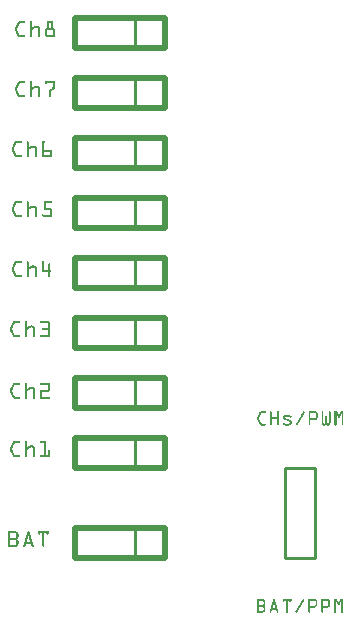
<source format=gto>
G04 MADE WITH FRITZING*
G04 WWW.FRITZING.ORG*
G04 DOUBLE SIDED*
G04 HOLES PLATED*
G04 CONTOUR ON CENTER OF CONTOUR VECTOR*
%ASAXBY*%
%FSLAX23Y23*%
%MOIN*%
%OFA0B0*%
%SFA1.0B1.0*%
%ADD10C,0.020000*%
%ADD11C,0.010000*%
%ADD12R,0.001000X0.001000*%
%LNSILK1*%
G90*
G70*
G54D10*
X1299Y613D02*
X999Y613D01*
D02*
X999Y613D02*
X999Y513D01*
D02*
X999Y513D02*
X1299Y513D01*
D02*
X1299Y513D02*
X1299Y613D01*
G54D11*
D02*
X1199Y613D02*
X1199Y513D01*
G54D10*
D02*
X1299Y813D02*
X999Y813D01*
D02*
X999Y813D02*
X999Y713D01*
D02*
X999Y713D02*
X1299Y713D01*
D02*
X1299Y713D02*
X1299Y813D01*
G54D11*
D02*
X1199Y813D02*
X1199Y713D01*
G54D10*
D02*
X1299Y1013D02*
X999Y1013D01*
D02*
X999Y1013D02*
X999Y913D01*
D02*
X999Y913D02*
X1299Y913D01*
D02*
X1299Y913D02*
X1299Y1013D01*
G54D11*
D02*
X1199Y1013D02*
X1199Y913D01*
G54D10*
D02*
X1299Y1213D02*
X999Y1213D01*
D02*
X999Y1213D02*
X999Y1113D01*
D02*
X999Y1113D02*
X1299Y1113D01*
D02*
X1299Y1113D02*
X1299Y1213D01*
G54D11*
D02*
X1199Y1213D02*
X1199Y1113D01*
G54D10*
D02*
X1299Y1413D02*
X999Y1413D01*
D02*
X999Y1413D02*
X999Y1313D01*
D02*
X999Y1313D02*
X1299Y1313D01*
D02*
X1299Y1313D02*
X1299Y1413D01*
G54D11*
D02*
X1199Y1413D02*
X1199Y1313D01*
G54D10*
D02*
X1299Y1613D02*
X999Y1613D01*
D02*
X999Y1613D02*
X999Y1513D01*
D02*
X999Y1513D02*
X1299Y1513D01*
D02*
X1299Y1513D02*
X1299Y1613D01*
G54D11*
D02*
X1199Y1613D02*
X1199Y1513D01*
G54D10*
D02*
X1299Y313D02*
X999Y313D01*
D02*
X999Y313D02*
X999Y213D01*
D02*
X999Y213D02*
X1299Y213D01*
D02*
X1299Y213D02*
X1299Y313D01*
G54D11*
D02*
X1199Y313D02*
X1199Y213D01*
G54D10*
D02*
X1299Y1813D02*
X999Y1813D01*
D02*
X999Y1813D02*
X999Y1713D01*
D02*
X999Y1713D02*
X1299Y1713D01*
D02*
X1299Y1713D02*
X1299Y1813D01*
G54D11*
D02*
X1199Y1813D02*
X1199Y1713D01*
G54D10*
D02*
X1299Y2013D02*
X999Y2013D01*
D02*
X999Y2013D02*
X999Y1913D01*
D02*
X999Y1913D02*
X1299Y1913D01*
D02*
X1299Y1913D02*
X1299Y2013D01*
G54D11*
D02*
X1199Y2013D02*
X1199Y1913D01*
D02*
X1699Y513D02*
X1699Y213D01*
D02*
X1699Y213D02*
X1799Y213D01*
D02*
X1799Y213D02*
X1799Y513D01*
D02*
X1799Y513D02*
X1699Y513D01*
G54D12*
X814Y2001D02*
X831Y2001D01*
X851Y2001D02*
X853Y2001D01*
X907Y2001D02*
X924Y2001D01*
X811Y2000D02*
X832Y2000D01*
X850Y2000D02*
X854Y2000D01*
X906Y2000D02*
X925Y2000D01*
X810Y1999D02*
X832Y1999D01*
X849Y1999D02*
X855Y1999D01*
X906Y1999D02*
X925Y1999D01*
X809Y1998D02*
X833Y1998D01*
X849Y1998D02*
X855Y1998D01*
X906Y1998D02*
X926Y1998D01*
X808Y1997D02*
X832Y1997D01*
X849Y1997D02*
X855Y1997D01*
X906Y1997D02*
X926Y1997D01*
X808Y1996D02*
X832Y1996D01*
X849Y1996D02*
X855Y1996D01*
X906Y1996D02*
X926Y1996D01*
X807Y1995D02*
X831Y1995D01*
X849Y1995D02*
X855Y1995D01*
X906Y1995D02*
X926Y1995D01*
X807Y1994D02*
X814Y1994D01*
X849Y1994D02*
X855Y1994D01*
X906Y1994D02*
X912Y1994D01*
X920Y1994D02*
X926Y1994D01*
X806Y1993D02*
X813Y1993D01*
X849Y1993D02*
X855Y1993D01*
X906Y1993D02*
X912Y1993D01*
X920Y1993D02*
X926Y1993D01*
X806Y1992D02*
X813Y1992D01*
X849Y1992D02*
X855Y1992D01*
X906Y1992D02*
X912Y1992D01*
X920Y1992D02*
X926Y1992D01*
X805Y1991D02*
X812Y1991D01*
X849Y1991D02*
X855Y1991D01*
X906Y1991D02*
X912Y1991D01*
X920Y1991D02*
X926Y1991D01*
X805Y1990D02*
X812Y1990D01*
X849Y1990D02*
X855Y1990D01*
X906Y1990D02*
X912Y1990D01*
X920Y1990D02*
X926Y1990D01*
X804Y1989D02*
X811Y1989D01*
X849Y1989D02*
X855Y1989D01*
X906Y1989D02*
X912Y1989D01*
X920Y1989D02*
X926Y1989D01*
X804Y1988D02*
X811Y1988D01*
X849Y1988D02*
X855Y1988D01*
X906Y1988D02*
X912Y1988D01*
X920Y1988D02*
X926Y1988D01*
X803Y1987D02*
X810Y1987D01*
X849Y1987D02*
X855Y1987D01*
X906Y1987D02*
X912Y1987D01*
X920Y1987D02*
X926Y1987D01*
X803Y1986D02*
X810Y1986D01*
X849Y1986D02*
X855Y1986D01*
X864Y1986D02*
X876Y1986D01*
X906Y1986D02*
X912Y1986D01*
X920Y1986D02*
X926Y1986D01*
X802Y1985D02*
X809Y1985D01*
X849Y1985D02*
X855Y1985D01*
X862Y1985D02*
X878Y1985D01*
X906Y1985D02*
X912Y1985D01*
X920Y1985D02*
X926Y1985D01*
X802Y1984D02*
X809Y1984D01*
X849Y1984D02*
X855Y1984D01*
X861Y1984D02*
X879Y1984D01*
X906Y1984D02*
X912Y1984D01*
X920Y1984D02*
X926Y1984D01*
X801Y1983D02*
X808Y1983D01*
X849Y1983D02*
X855Y1983D01*
X859Y1983D02*
X880Y1983D01*
X906Y1983D02*
X912Y1983D01*
X920Y1983D02*
X926Y1983D01*
X801Y1982D02*
X808Y1982D01*
X849Y1982D02*
X855Y1982D01*
X858Y1982D02*
X880Y1982D01*
X906Y1982D02*
X912Y1982D01*
X920Y1982D02*
X926Y1982D01*
X800Y1981D02*
X807Y1981D01*
X849Y1981D02*
X881Y1981D01*
X906Y1981D02*
X912Y1981D01*
X920Y1981D02*
X926Y1981D01*
X800Y1980D02*
X807Y1980D01*
X849Y1980D02*
X881Y1980D01*
X906Y1980D02*
X912Y1980D01*
X920Y1980D02*
X926Y1980D01*
X800Y1979D02*
X806Y1979D01*
X849Y1979D02*
X865Y1979D01*
X875Y1979D02*
X882Y1979D01*
X906Y1979D02*
X912Y1979D01*
X920Y1979D02*
X926Y1979D01*
X799Y1978D02*
X806Y1978D01*
X849Y1978D02*
X863Y1978D01*
X876Y1978D02*
X882Y1978D01*
X905Y1978D02*
X926Y1978D01*
X799Y1977D02*
X805Y1977D01*
X849Y1977D02*
X862Y1977D01*
X876Y1977D02*
X882Y1977D01*
X902Y1977D02*
X929Y1977D01*
X799Y1976D02*
X805Y1976D01*
X849Y1976D02*
X860Y1976D01*
X876Y1976D02*
X882Y1976D01*
X901Y1976D02*
X930Y1976D01*
X799Y1975D02*
X805Y1975D01*
X849Y1975D02*
X859Y1975D01*
X876Y1975D02*
X882Y1975D01*
X900Y1975D02*
X931Y1975D01*
X799Y1974D02*
X805Y1974D01*
X849Y1974D02*
X857Y1974D01*
X876Y1974D02*
X882Y1974D01*
X900Y1974D02*
X932Y1974D01*
X799Y1973D02*
X805Y1973D01*
X849Y1973D02*
X856Y1973D01*
X876Y1973D02*
X882Y1973D01*
X899Y1973D02*
X932Y1973D01*
X799Y1972D02*
X805Y1972D01*
X849Y1972D02*
X855Y1972D01*
X876Y1972D02*
X882Y1972D01*
X899Y1972D02*
X932Y1972D01*
X799Y1971D02*
X806Y1971D01*
X849Y1971D02*
X855Y1971D01*
X876Y1971D02*
X882Y1971D01*
X899Y1971D02*
X905Y1971D01*
X926Y1971D02*
X933Y1971D01*
X800Y1970D02*
X806Y1970D01*
X849Y1970D02*
X855Y1970D01*
X876Y1970D02*
X882Y1970D01*
X899Y1970D02*
X905Y1970D01*
X927Y1970D02*
X933Y1970D01*
X800Y1969D02*
X807Y1969D01*
X849Y1969D02*
X855Y1969D01*
X876Y1969D02*
X882Y1969D01*
X899Y1969D02*
X905Y1969D01*
X927Y1969D02*
X933Y1969D01*
X800Y1968D02*
X807Y1968D01*
X849Y1968D02*
X855Y1968D01*
X876Y1968D02*
X882Y1968D01*
X899Y1968D02*
X905Y1968D01*
X927Y1968D02*
X933Y1968D01*
X801Y1967D02*
X808Y1967D01*
X849Y1967D02*
X855Y1967D01*
X876Y1967D02*
X882Y1967D01*
X899Y1967D02*
X905Y1967D01*
X927Y1967D02*
X933Y1967D01*
X801Y1966D02*
X808Y1966D01*
X849Y1966D02*
X855Y1966D01*
X876Y1966D02*
X882Y1966D01*
X899Y1966D02*
X905Y1966D01*
X927Y1966D02*
X933Y1966D01*
X802Y1965D02*
X809Y1965D01*
X849Y1965D02*
X855Y1965D01*
X876Y1965D02*
X882Y1965D01*
X899Y1965D02*
X905Y1965D01*
X927Y1965D02*
X933Y1965D01*
X802Y1964D02*
X809Y1964D01*
X849Y1964D02*
X855Y1964D01*
X876Y1964D02*
X882Y1964D01*
X899Y1964D02*
X905Y1964D01*
X927Y1964D02*
X933Y1964D01*
X803Y1963D02*
X810Y1963D01*
X849Y1963D02*
X855Y1963D01*
X876Y1963D02*
X882Y1963D01*
X899Y1963D02*
X905Y1963D01*
X927Y1963D02*
X933Y1963D01*
X803Y1962D02*
X810Y1962D01*
X849Y1962D02*
X855Y1962D01*
X876Y1962D02*
X882Y1962D01*
X899Y1962D02*
X905Y1962D01*
X927Y1962D02*
X933Y1962D01*
X804Y1961D02*
X811Y1961D01*
X849Y1961D02*
X855Y1961D01*
X876Y1961D02*
X882Y1961D01*
X899Y1961D02*
X905Y1961D01*
X927Y1961D02*
X933Y1961D01*
X804Y1960D02*
X811Y1960D01*
X849Y1960D02*
X855Y1960D01*
X876Y1960D02*
X882Y1960D01*
X899Y1960D02*
X905Y1960D01*
X927Y1960D02*
X933Y1960D01*
X805Y1959D02*
X812Y1959D01*
X849Y1959D02*
X855Y1959D01*
X876Y1959D02*
X882Y1959D01*
X899Y1959D02*
X905Y1959D01*
X927Y1959D02*
X933Y1959D01*
X805Y1958D02*
X812Y1958D01*
X849Y1958D02*
X855Y1958D01*
X876Y1958D02*
X882Y1958D01*
X899Y1958D02*
X905Y1958D01*
X927Y1958D02*
X933Y1958D01*
X806Y1957D02*
X813Y1957D01*
X849Y1957D02*
X855Y1957D01*
X876Y1957D02*
X882Y1957D01*
X899Y1957D02*
X905Y1957D01*
X927Y1957D02*
X933Y1957D01*
X806Y1956D02*
X813Y1956D01*
X849Y1956D02*
X855Y1956D01*
X876Y1956D02*
X882Y1956D01*
X899Y1956D02*
X905Y1956D01*
X927Y1956D02*
X933Y1956D01*
X807Y1955D02*
X814Y1955D01*
X849Y1955D02*
X855Y1955D01*
X876Y1955D02*
X882Y1955D01*
X899Y1955D02*
X905Y1955D01*
X927Y1955D02*
X933Y1955D01*
X807Y1954D02*
X831Y1954D01*
X849Y1954D02*
X855Y1954D01*
X876Y1954D02*
X882Y1954D01*
X899Y1954D02*
X933Y1954D01*
X808Y1953D02*
X832Y1953D01*
X849Y1953D02*
X855Y1953D01*
X876Y1953D02*
X882Y1953D01*
X899Y1953D02*
X932Y1953D01*
X808Y1952D02*
X832Y1952D01*
X849Y1952D02*
X855Y1952D01*
X876Y1952D02*
X882Y1952D01*
X899Y1952D02*
X932Y1952D01*
X809Y1951D02*
X833Y1951D01*
X849Y1951D02*
X855Y1951D01*
X876Y1951D02*
X882Y1951D01*
X900Y1951D02*
X932Y1951D01*
X810Y1950D02*
X832Y1950D01*
X849Y1950D02*
X855Y1950D01*
X876Y1950D02*
X882Y1950D01*
X901Y1950D02*
X931Y1950D01*
X812Y1949D02*
X832Y1949D01*
X850Y1949D02*
X854Y1949D01*
X877Y1949D02*
X881Y1949D01*
X902Y1949D02*
X930Y1949D01*
X814Y1948D02*
X831Y1948D01*
X851Y1948D02*
X853Y1948D01*
X878Y1948D02*
X880Y1948D01*
X903Y1948D02*
X928Y1948D01*
X813Y1801D02*
X831Y1801D01*
X850Y1801D02*
X853Y1801D01*
X900Y1801D02*
X933Y1801D01*
X811Y1800D02*
X832Y1800D01*
X850Y1800D02*
X854Y1800D01*
X900Y1800D02*
X933Y1800D01*
X810Y1799D02*
X832Y1799D01*
X849Y1799D02*
X855Y1799D01*
X899Y1799D02*
X933Y1799D01*
X809Y1798D02*
X833Y1798D01*
X849Y1798D02*
X855Y1798D01*
X899Y1798D02*
X933Y1798D01*
X808Y1797D02*
X832Y1797D01*
X849Y1797D02*
X855Y1797D01*
X899Y1797D02*
X933Y1797D01*
X808Y1796D02*
X832Y1796D01*
X849Y1796D02*
X855Y1796D01*
X899Y1796D02*
X933Y1796D01*
X807Y1795D02*
X831Y1795D01*
X849Y1795D02*
X855Y1795D01*
X899Y1795D02*
X933Y1795D01*
X807Y1794D02*
X814Y1794D01*
X849Y1794D02*
X855Y1794D01*
X899Y1794D02*
X905Y1794D01*
X927Y1794D02*
X933Y1794D01*
X806Y1793D02*
X813Y1793D01*
X849Y1793D02*
X855Y1793D01*
X900Y1793D02*
X904Y1793D01*
X927Y1793D02*
X933Y1793D01*
X806Y1792D02*
X813Y1792D01*
X849Y1792D02*
X855Y1792D01*
X901Y1792D02*
X903Y1792D01*
X927Y1792D02*
X933Y1792D01*
X805Y1791D02*
X812Y1791D01*
X849Y1791D02*
X855Y1791D01*
X927Y1791D02*
X933Y1791D01*
X805Y1790D02*
X812Y1790D01*
X849Y1790D02*
X855Y1790D01*
X927Y1790D02*
X933Y1790D01*
X804Y1789D02*
X811Y1789D01*
X849Y1789D02*
X855Y1789D01*
X927Y1789D02*
X933Y1789D01*
X804Y1788D02*
X811Y1788D01*
X849Y1788D02*
X855Y1788D01*
X927Y1788D02*
X933Y1788D01*
X803Y1787D02*
X810Y1787D01*
X849Y1787D02*
X855Y1787D01*
X927Y1787D02*
X933Y1787D01*
X803Y1786D02*
X810Y1786D01*
X849Y1786D02*
X855Y1786D01*
X864Y1786D02*
X876Y1786D01*
X927Y1786D02*
X933Y1786D01*
X802Y1785D02*
X809Y1785D01*
X849Y1785D02*
X855Y1785D01*
X862Y1785D02*
X878Y1785D01*
X927Y1785D02*
X933Y1785D01*
X802Y1784D02*
X809Y1784D01*
X849Y1784D02*
X855Y1784D01*
X861Y1784D02*
X879Y1784D01*
X927Y1784D02*
X933Y1784D01*
X801Y1783D02*
X808Y1783D01*
X849Y1783D02*
X855Y1783D01*
X859Y1783D02*
X880Y1783D01*
X927Y1783D02*
X933Y1783D01*
X801Y1782D02*
X808Y1782D01*
X849Y1782D02*
X855Y1782D01*
X858Y1782D02*
X880Y1782D01*
X926Y1782D02*
X933Y1782D01*
X800Y1781D02*
X807Y1781D01*
X849Y1781D02*
X881Y1781D01*
X925Y1781D02*
X933Y1781D01*
X800Y1780D02*
X807Y1780D01*
X849Y1780D02*
X881Y1780D01*
X924Y1780D02*
X932Y1780D01*
X800Y1779D02*
X806Y1779D01*
X849Y1779D02*
X865Y1779D01*
X875Y1779D02*
X882Y1779D01*
X923Y1779D02*
X932Y1779D01*
X799Y1778D02*
X806Y1778D01*
X849Y1778D02*
X863Y1778D01*
X876Y1778D02*
X882Y1778D01*
X922Y1778D02*
X932Y1778D01*
X799Y1777D02*
X805Y1777D01*
X849Y1777D02*
X862Y1777D01*
X876Y1777D02*
X882Y1777D01*
X921Y1777D02*
X930Y1777D01*
X799Y1776D02*
X805Y1776D01*
X849Y1776D02*
X860Y1776D01*
X876Y1776D02*
X882Y1776D01*
X919Y1776D02*
X929Y1776D01*
X799Y1775D02*
X805Y1775D01*
X849Y1775D02*
X859Y1775D01*
X876Y1775D02*
X882Y1775D01*
X918Y1775D02*
X928Y1775D01*
X799Y1774D02*
X805Y1774D01*
X849Y1774D02*
X857Y1774D01*
X876Y1774D02*
X882Y1774D01*
X917Y1774D02*
X927Y1774D01*
X799Y1773D02*
X805Y1773D01*
X849Y1773D02*
X856Y1773D01*
X876Y1773D02*
X882Y1773D01*
X916Y1773D02*
X926Y1773D01*
X799Y1772D02*
X805Y1772D01*
X849Y1772D02*
X855Y1772D01*
X876Y1772D02*
X882Y1772D01*
X915Y1772D02*
X925Y1772D01*
X799Y1771D02*
X806Y1771D01*
X849Y1771D02*
X855Y1771D01*
X876Y1771D02*
X882Y1771D01*
X914Y1771D02*
X923Y1771D01*
X800Y1770D02*
X806Y1770D01*
X849Y1770D02*
X855Y1770D01*
X876Y1770D02*
X882Y1770D01*
X913Y1770D02*
X922Y1770D01*
X800Y1769D02*
X807Y1769D01*
X849Y1769D02*
X855Y1769D01*
X876Y1769D02*
X882Y1769D01*
X913Y1769D02*
X921Y1769D01*
X800Y1768D02*
X807Y1768D01*
X849Y1768D02*
X855Y1768D01*
X876Y1768D02*
X882Y1768D01*
X913Y1768D02*
X920Y1768D01*
X801Y1767D02*
X808Y1767D01*
X849Y1767D02*
X855Y1767D01*
X876Y1767D02*
X882Y1767D01*
X913Y1767D02*
X919Y1767D01*
X801Y1766D02*
X808Y1766D01*
X849Y1766D02*
X855Y1766D01*
X876Y1766D02*
X882Y1766D01*
X913Y1766D02*
X919Y1766D01*
X802Y1765D02*
X809Y1765D01*
X849Y1765D02*
X855Y1765D01*
X876Y1765D02*
X882Y1765D01*
X913Y1765D02*
X919Y1765D01*
X802Y1764D02*
X809Y1764D01*
X849Y1764D02*
X855Y1764D01*
X876Y1764D02*
X882Y1764D01*
X913Y1764D02*
X919Y1764D01*
X803Y1763D02*
X810Y1763D01*
X849Y1763D02*
X855Y1763D01*
X876Y1763D02*
X882Y1763D01*
X913Y1763D02*
X919Y1763D01*
X803Y1762D02*
X810Y1762D01*
X849Y1762D02*
X855Y1762D01*
X876Y1762D02*
X882Y1762D01*
X913Y1762D02*
X919Y1762D01*
X804Y1761D02*
X811Y1761D01*
X849Y1761D02*
X855Y1761D01*
X876Y1761D02*
X882Y1761D01*
X913Y1761D02*
X919Y1761D01*
X804Y1760D02*
X811Y1760D01*
X849Y1760D02*
X855Y1760D01*
X876Y1760D02*
X882Y1760D01*
X913Y1760D02*
X919Y1760D01*
X805Y1759D02*
X812Y1759D01*
X849Y1759D02*
X855Y1759D01*
X876Y1759D02*
X882Y1759D01*
X913Y1759D02*
X919Y1759D01*
X805Y1758D02*
X812Y1758D01*
X849Y1758D02*
X855Y1758D01*
X876Y1758D02*
X882Y1758D01*
X913Y1758D02*
X919Y1758D01*
X806Y1757D02*
X813Y1757D01*
X849Y1757D02*
X855Y1757D01*
X876Y1757D02*
X882Y1757D01*
X913Y1757D02*
X919Y1757D01*
X806Y1756D02*
X813Y1756D01*
X849Y1756D02*
X855Y1756D01*
X876Y1756D02*
X882Y1756D01*
X913Y1756D02*
X919Y1756D01*
X807Y1755D02*
X814Y1755D01*
X849Y1755D02*
X855Y1755D01*
X876Y1755D02*
X882Y1755D01*
X913Y1755D02*
X919Y1755D01*
X807Y1754D02*
X831Y1754D01*
X849Y1754D02*
X855Y1754D01*
X876Y1754D02*
X882Y1754D01*
X913Y1754D02*
X919Y1754D01*
X808Y1753D02*
X832Y1753D01*
X849Y1753D02*
X855Y1753D01*
X876Y1753D02*
X882Y1753D01*
X913Y1753D02*
X919Y1753D01*
X808Y1752D02*
X832Y1752D01*
X849Y1752D02*
X855Y1752D01*
X876Y1752D02*
X882Y1752D01*
X913Y1752D02*
X919Y1752D01*
X809Y1751D02*
X833Y1751D01*
X849Y1751D02*
X855Y1751D01*
X876Y1751D02*
X882Y1751D01*
X913Y1751D02*
X919Y1751D01*
X810Y1750D02*
X832Y1750D01*
X849Y1750D02*
X855Y1750D01*
X876Y1750D02*
X882Y1750D01*
X913Y1750D02*
X919Y1750D01*
X812Y1749D02*
X832Y1749D01*
X850Y1749D02*
X854Y1749D01*
X877Y1749D02*
X881Y1749D01*
X913Y1749D02*
X918Y1749D01*
X814Y1748D02*
X831Y1748D01*
X851Y1748D02*
X853Y1748D01*
X878Y1748D02*
X880Y1748D01*
X914Y1748D02*
X917Y1748D01*
X802Y1601D02*
X820Y1601D01*
X839Y1601D02*
X842Y1601D01*
X889Y1601D02*
X896Y1601D01*
X800Y1600D02*
X821Y1600D01*
X838Y1600D02*
X843Y1600D01*
X888Y1600D02*
X897Y1600D01*
X799Y1599D02*
X821Y1599D01*
X838Y1599D02*
X844Y1599D01*
X888Y1599D02*
X897Y1599D01*
X798Y1598D02*
X821Y1598D01*
X838Y1598D02*
X844Y1598D01*
X888Y1598D02*
X897Y1598D01*
X797Y1597D02*
X821Y1597D01*
X838Y1597D02*
X844Y1597D01*
X888Y1597D02*
X897Y1597D01*
X797Y1596D02*
X821Y1596D01*
X838Y1596D02*
X844Y1596D01*
X888Y1596D02*
X896Y1596D01*
X796Y1595D02*
X819Y1595D01*
X838Y1595D02*
X844Y1595D01*
X888Y1595D02*
X895Y1595D01*
X796Y1594D02*
X803Y1594D01*
X838Y1594D02*
X844Y1594D01*
X888Y1594D02*
X894Y1594D01*
X795Y1593D02*
X802Y1593D01*
X838Y1593D02*
X844Y1593D01*
X888Y1593D02*
X894Y1593D01*
X795Y1592D02*
X802Y1592D01*
X838Y1592D02*
X844Y1592D01*
X888Y1592D02*
X894Y1592D01*
X794Y1591D02*
X801Y1591D01*
X838Y1591D02*
X844Y1591D01*
X888Y1591D02*
X894Y1591D01*
X794Y1590D02*
X801Y1590D01*
X838Y1590D02*
X844Y1590D01*
X888Y1590D02*
X894Y1590D01*
X793Y1589D02*
X800Y1589D01*
X838Y1589D02*
X844Y1589D01*
X888Y1589D02*
X894Y1589D01*
X793Y1588D02*
X800Y1588D01*
X838Y1588D02*
X844Y1588D01*
X888Y1588D02*
X894Y1588D01*
X792Y1587D02*
X799Y1587D01*
X838Y1587D02*
X844Y1587D01*
X888Y1587D02*
X894Y1587D01*
X792Y1586D02*
X799Y1586D01*
X838Y1586D02*
X844Y1586D01*
X853Y1586D02*
X865Y1586D01*
X888Y1586D02*
X894Y1586D01*
X791Y1585D02*
X798Y1585D01*
X838Y1585D02*
X844Y1585D01*
X851Y1585D02*
X867Y1585D01*
X888Y1585D02*
X894Y1585D01*
X791Y1584D02*
X798Y1584D01*
X838Y1584D02*
X844Y1584D01*
X850Y1584D02*
X868Y1584D01*
X888Y1584D02*
X894Y1584D01*
X790Y1583D02*
X797Y1583D01*
X838Y1583D02*
X844Y1583D01*
X848Y1583D02*
X869Y1583D01*
X888Y1583D02*
X894Y1583D01*
X790Y1582D02*
X796Y1582D01*
X838Y1582D02*
X844Y1582D01*
X846Y1582D02*
X869Y1582D01*
X888Y1582D02*
X894Y1582D01*
X789Y1581D02*
X796Y1581D01*
X838Y1581D02*
X870Y1581D01*
X888Y1581D02*
X894Y1581D01*
X789Y1580D02*
X795Y1580D01*
X838Y1580D02*
X870Y1580D01*
X888Y1580D02*
X894Y1580D01*
X788Y1579D02*
X795Y1579D01*
X838Y1579D02*
X854Y1579D01*
X864Y1579D02*
X871Y1579D01*
X888Y1579D02*
X894Y1579D01*
X788Y1578D02*
X795Y1578D01*
X838Y1578D02*
X852Y1578D01*
X864Y1578D02*
X871Y1578D01*
X888Y1578D02*
X894Y1578D01*
X788Y1577D02*
X794Y1577D01*
X838Y1577D02*
X851Y1577D01*
X865Y1577D02*
X871Y1577D01*
X888Y1577D02*
X894Y1577D01*
X788Y1576D02*
X794Y1576D01*
X838Y1576D02*
X849Y1576D01*
X865Y1576D02*
X871Y1576D01*
X888Y1576D02*
X894Y1576D01*
X788Y1575D02*
X794Y1575D01*
X838Y1575D02*
X848Y1575D01*
X865Y1575D02*
X871Y1575D01*
X888Y1575D02*
X894Y1575D01*
X788Y1574D02*
X794Y1574D01*
X838Y1574D02*
X846Y1574D01*
X865Y1574D02*
X871Y1574D01*
X888Y1574D02*
X894Y1574D01*
X788Y1573D02*
X794Y1573D01*
X838Y1573D02*
X844Y1573D01*
X865Y1573D02*
X871Y1573D01*
X888Y1573D02*
X894Y1573D01*
X788Y1572D02*
X794Y1572D01*
X838Y1572D02*
X844Y1572D01*
X865Y1572D02*
X871Y1572D01*
X888Y1572D02*
X919Y1572D01*
X788Y1571D02*
X795Y1571D01*
X838Y1571D02*
X844Y1571D01*
X865Y1571D02*
X871Y1571D01*
X888Y1571D02*
X921Y1571D01*
X789Y1570D02*
X795Y1570D01*
X838Y1570D02*
X844Y1570D01*
X865Y1570D02*
X871Y1570D01*
X888Y1570D02*
X921Y1570D01*
X789Y1569D02*
X796Y1569D01*
X838Y1569D02*
X844Y1569D01*
X865Y1569D02*
X871Y1569D01*
X888Y1569D02*
X921Y1569D01*
X789Y1568D02*
X796Y1568D01*
X838Y1568D02*
X844Y1568D01*
X865Y1568D02*
X871Y1568D01*
X888Y1568D02*
X921Y1568D01*
X790Y1567D02*
X797Y1567D01*
X838Y1567D02*
X844Y1567D01*
X865Y1567D02*
X871Y1567D01*
X888Y1567D02*
X921Y1567D01*
X790Y1566D02*
X797Y1566D01*
X838Y1566D02*
X844Y1566D01*
X865Y1566D02*
X871Y1566D01*
X888Y1566D02*
X921Y1566D01*
X791Y1565D02*
X798Y1565D01*
X838Y1565D02*
X844Y1565D01*
X865Y1565D02*
X871Y1565D01*
X888Y1565D02*
X894Y1565D01*
X915Y1565D02*
X921Y1565D01*
X791Y1564D02*
X798Y1564D01*
X838Y1564D02*
X844Y1564D01*
X865Y1564D02*
X871Y1564D01*
X888Y1564D02*
X894Y1564D01*
X915Y1564D02*
X921Y1564D01*
X792Y1563D02*
X799Y1563D01*
X838Y1563D02*
X844Y1563D01*
X865Y1563D02*
X871Y1563D01*
X888Y1563D02*
X894Y1563D01*
X915Y1563D02*
X921Y1563D01*
X792Y1562D02*
X799Y1562D01*
X838Y1562D02*
X844Y1562D01*
X865Y1562D02*
X871Y1562D01*
X888Y1562D02*
X894Y1562D01*
X915Y1562D02*
X921Y1562D01*
X793Y1561D02*
X800Y1561D01*
X838Y1561D02*
X844Y1561D01*
X865Y1561D02*
X871Y1561D01*
X888Y1561D02*
X894Y1561D01*
X915Y1561D02*
X921Y1561D01*
X793Y1560D02*
X800Y1560D01*
X838Y1560D02*
X844Y1560D01*
X865Y1560D02*
X871Y1560D01*
X888Y1560D02*
X894Y1560D01*
X915Y1560D02*
X921Y1560D01*
X794Y1559D02*
X801Y1559D01*
X838Y1559D02*
X844Y1559D01*
X865Y1559D02*
X871Y1559D01*
X888Y1559D02*
X894Y1559D01*
X915Y1559D02*
X921Y1559D01*
X794Y1558D02*
X801Y1558D01*
X838Y1558D02*
X844Y1558D01*
X865Y1558D02*
X871Y1558D01*
X888Y1558D02*
X894Y1558D01*
X915Y1558D02*
X921Y1558D01*
X795Y1557D02*
X802Y1557D01*
X838Y1557D02*
X844Y1557D01*
X865Y1557D02*
X871Y1557D01*
X888Y1557D02*
X894Y1557D01*
X915Y1557D02*
X921Y1557D01*
X795Y1556D02*
X802Y1556D01*
X838Y1556D02*
X844Y1556D01*
X865Y1556D02*
X871Y1556D01*
X888Y1556D02*
X894Y1556D01*
X915Y1556D02*
X921Y1556D01*
X796Y1555D02*
X803Y1555D01*
X838Y1555D02*
X844Y1555D01*
X865Y1555D02*
X871Y1555D01*
X888Y1555D02*
X894Y1555D01*
X915Y1555D02*
X921Y1555D01*
X796Y1554D02*
X820Y1554D01*
X838Y1554D02*
X844Y1554D01*
X865Y1554D02*
X871Y1554D01*
X888Y1554D02*
X921Y1554D01*
X797Y1553D02*
X821Y1553D01*
X838Y1553D02*
X844Y1553D01*
X865Y1553D02*
X871Y1553D01*
X888Y1553D02*
X921Y1553D01*
X797Y1552D02*
X821Y1552D01*
X838Y1552D02*
X844Y1552D01*
X865Y1552D02*
X871Y1552D01*
X888Y1552D02*
X921Y1552D01*
X798Y1551D02*
X821Y1551D01*
X838Y1551D02*
X844Y1551D01*
X865Y1551D02*
X871Y1551D01*
X888Y1551D02*
X921Y1551D01*
X799Y1550D02*
X821Y1550D01*
X838Y1550D02*
X844Y1550D01*
X865Y1550D02*
X871Y1550D01*
X888Y1550D02*
X921Y1550D01*
X801Y1549D02*
X821Y1549D01*
X838Y1549D02*
X843Y1549D01*
X866Y1549D02*
X870Y1549D01*
X888Y1549D02*
X921Y1549D01*
X803Y1548D02*
X820Y1548D01*
X840Y1548D02*
X842Y1548D01*
X867Y1548D02*
X869Y1548D01*
X890Y1548D02*
X920Y1548D01*
X802Y1401D02*
X820Y1401D01*
X839Y1401D02*
X842Y1401D01*
X895Y1401D02*
X920Y1401D01*
X800Y1400D02*
X821Y1400D01*
X838Y1400D02*
X843Y1400D01*
X895Y1400D02*
X921Y1400D01*
X799Y1399D02*
X821Y1399D01*
X838Y1399D02*
X844Y1399D01*
X895Y1399D02*
X921Y1399D01*
X798Y1398D02*
X821Y1398D01*
X838Y1398D02*
X844Y1398D01*
X895Y1398D02*
X921Y1398D01*
X797Y1397D02*
X821Y1397D01*
X838Y1397D02*
X844Y1397D01*
X895Y1397D02*
X921Y1397D01*
X797Y1396D02*
X821Y1396D01*
X838Y1396D02*
X844Y1396D01*
X895Y1396D02*
X921Y1396D01*
X796Y1395D02*
X819Y1395D01*
X838Y1395D02*
X844Y1395D01*
X895Y1395D02*
X919Y1395D01*
X796Y1394D02*
X803Y1394D01*
X838Y1394D02*
X844Y1394D01*
X895Y1394D02*
X901Y1394D01*
X795Y1393D02*
X802Y1393D01*
X838Y1393D02*
X844Y1393D01*
X895Y1393D02*
X901Y1393D01*
X795Y1392D02*
X802Y1392D01*
X838Y1392D02*
X844Y1392D01*
X895Y1392D02*
X901Y1392D01*
X794Y1391D02*
X801Y1391D01*
X838Y1391D02*
X844Y1391D01*
X895Y1391D02*
X901Y1391D01*
X794Y1390D02*
X801Y1390D01*
X838Y1390D02*
X844Y1390D01*
X895Y1390D02*
X901Y1390D01*
X793Y1389D02*
X800Y1389D01*
X838Y1389D02*
X844Y1389D01*
X895Y1389D02*
X901Y1389D01*
X793Y1388D02*
X800Y1388D01*
X838Y1388D02*
X844Y1388D01*
X895Y1388D02*
X901Y1388D01*
X792Y1387D02*
X799Y1387D01*
X838Y1387D02*
X844Y1387D01*
X895Y1387D02*
X901Y1387D01*
X792Y1386D02*
X799Y1386D01*
X838Y1386D02*
X844Y1386D01*
X853Y1386D02*
X865Y1386D01*
X895Y1386D02*
X901Y1386D01*
X791Y1385D02*
X798Y1385D01*
X838Y1385D02*
X844Y1385D01*
X851Y1385D02*
X867Y1385D01*
X895Y1385D02*
X901Y1385D01*
X791Y1384D02*
X797Y1384D01*
X838Y1384D02*
X844Y1384D01*
X850Y1384D02*
X868Y1384D01*
X895Y1384D02*
X901Y1384D01*
X790Y1383D02*
X797Y1383D01*
X838Y1383D02*
X844Y1383D01*
X848Y1383D02*
X869Y1383D01*
X895Y1383D02*
X901Y1383D01*
X790Y1382D02*
X796Y1382D01*
X838Y1382D02*
X844Y1382D01*
X846Y1382D02*
X869Y1382D01*
X895Y1382D02*
X901Y1382D01*
X789Y1381D02*
X796Y1381D01*
X838Y1381D02*
X870Y1381D01*
X895Y1381D02*
X901Y1381D01*
X789Y1380D02*
X795Y1380D01*
X838Y1380D02*
X870Y1380D01*
X895Y1380D02*
X901Y1380D01*
X788Y1379D02*
X795Y1379D01*
X838Y1379D02*
X854Y1379D01*
X864Y1379D02*
X871Y1379D01*
X895Y1379D02*
X901Y1379D01*
X788Y1378D02*
X794Y1378D01*
X838Y1378D02*
X852Y1378D01*
X865Y1378D02*
X871Y1378D01*
X895Y1378D02*
X916Y1378D01*
X788Y1377D02*
X794Y1377D01*
X838Y1377D02*
X851Y1377D01*
X865Y1377D02*
X871Y1377D01*
X895Y1377D02*
X918Y1377D01*
X788Y1376D02*
X794Y1376D01*
X838Y1376D02*
X849Y1376D01*
X865Y1376D02*
X871Y1376D01*
X895Y1376D02*
X919Y1376D01*
X788Y1375D02*
X794Y1375D01*
X838Y1375D02*
X847Y1375D01*
X865Y1375D02*
X871Y1375D01*
X895Y1375D02*
X920Y1375D01*
X788Y1374D02*
X794Y1374D01*
X838Y1374D02*
X846Y1374D01*
X865Y1374D02*
X871Y1374D01*
X895Y1374D02*
X921Y1374D01*
X788Y1373D02*
X794Y1373D01*
X838Y1373D02*
X844Y1373D01*
X865Y1373D02*
X871Y1373D01*
X895Y1373D02*
X921Y1373D01*
X788Y1372D02*
X794Y1372D01*
X838Y1372D02*
X844Y1372D01*
X865Y1372D02*
X871Y1372D01*
X895Y1372D02*
X921Y1372D01*
X788Y1371D02*
X795Y1371D01*
X838Y1371D02*
X844Y1371D01*
X865Y1371D02*
X871Y1371D01*
X915Y1371D02*
X921Y1371D01*
X789Y1370D02*
X795Y1370D01*
X838Y1370D02*
X844Y1370D01*
X865Y1370D02*
X871Y1370D01*
X915Y1370D02*
X921Y1370D01*
X789Y1369D02*
X796Y1369D01*
X838Y1369D02*
X844Y1369D01*
X865Y1369D02*
X871Y1369D01*
X915Y1369D02*
X921Y1369D01*
X789Y1368D02*
X796Y1368D01*
X838Y1368D02*
X844Y1368D01*
X865Y1368D02*
X871Y1368D01*
X915Y1368D02*
X921Y1368D01*
X790Y1367D02*
X797Y1367D01*
X838Y1367D02*
X844Y1367D01*
X865Y1367D02*
X871Y1367D01*
X915Y1367D02*
X921Y1367D01*
X790Y1366D02*
X797Y1366D01*
X838Y1366D02*
X844Y1366D01*
X865Y1366D02*
X871Y1366D01*
X915Y1366D02*
X921Y1366D01*
X791Y1365D02*
X798Y1365D01*
X838Y1365D02*
X844Y1365D01*
X865Y1365D02*
X871Y1365D01*
X915Y1365D02*
X921Y1365D01*
X791Y1364D02*
X798Y1364D01*
X838Y1364D02*
X844Y1364D01*
X865Y1364D02*
X871Y1364D01*
X915Y1364D02*
X921Y1364D01*
X792Y1363D02*
X799Y1363D01*
X838Y1363D02*
X844Y1363D01*
X865Y1363D02*
X871Y1363D01*
X915Y1363D02*
X921Y1363D01*
X792Y1362D02*
X799Y1362D01*
X838Y1362D02*
X844Y1362D01*
X865Y1362D02*
X871Y1362D01*
X915Y1362D02*
X921Y1362D01*
X793Y1361D02*
X800Y1361D01*
X838Y1361D02*
X844Y1361D01*
X865Y1361D02*
X871Y1361D01*
X915Y1361D02*
X921Y1361D01*
X793Y1360D02*
X800Y1360D01*
X838Y1360D02*
X844Y1360D01*
X865Y1360D02*
X871Y1360D01*
X915Y1360D02*
X921Y1360D01*
X794Y1359D02*
X801Y1359D01*
X838Y1359D02*
X844Y1359D01*
X865Y1359D02*
X871Y1359D01*
X915Y1359D02*
X921Y1359D01*
X794Y1358D02*
X801Y1358D01*
X838Y1358D02*
X844Y1358D01*
X865Y1358D02*
X871Y1358D01*
X915Y1358D02*
X921Y1358D01*
X795Y1357D02*
X802Y1357D01*
X838Y1357D02*
X844Y1357D01*
X865Y1357D02*
X871Y1357D01*
X890Y1357D02*
X892Y1357D01*
X915Y1357D02*
X921Y1357D01*
X795Y1356D02*
X802Y1356D01*
X838Y1356D02*
X844Y1356D01*
X865Y1356D02*
X871Y1356D01*
X888Y1356D02*
X895Y1356D01*
X915Y1356D02*
X921Y1356D01*
X796Y1355D02*
X803Y1355D01*
X838Y1355D02*
X844Y1355D01*
X865Y1355D02*
X871Y1355D01*
X888Y1355D02*
X897Y1355D01*
X915Y1355D02*
X921Y1355D01*
X796Y1354D02*
X820Y1354D01*
X838Y1354D02*
X844Y1354D01*
X865Y1354D02*
X871Y1354D01*
X888Y1354D02*
X921Y1354D01*
X797Y1353D02*
X821Y1353D01*
X838Y1353D02*
X844Y1353D01*
X865Y1353D02*
X871Y1353D01*
X888Y1353D02*
X921Y1353D01*
X797Y1352D02*
X821Y1352D01*
X838Y1352D02*
X844Y1352D01*
X865Y1352D02*
X871Y1352D01*
X888Y1352D02*
X921Y1352D01*
X798Y1351D02*
X821Y1351D01*
X838Y1351D02*
X844Y1351D01*
X865Y1351D02*
X871Y1351D01*
X889Y1351D02*
X920Y1351D01*
X799Y1350D02*
X821Y1350D01*
X838Y1350D02*
X844Y1350D01*
X865Y1350D02*
X871Y1350D01*
X891Y1350D02*
X920Y1350D01*
X801Y1349D02*
X821Y1349D01*
X839Y1349D02*
X843Y1349D01*
X866Y1349D02*
X870Y1349D01*
X894Y1349D02*
X919Y1349D01*
X803Y1348D02*
X820Y1348D01*
X840Y1348D02*
X842Y1348D01*
X867Y1348D02*
X869Y1348D01*
X896Y1348D02*
X917Y1348D01*
X802Y1201D02*
X820Y1201D01*
X839Y1201D02*
X842Y1201D01*
X891Y1201D02*
X894Y1201D01*
X800Y1200D02*
X821Y1200D01*
X838Y1200D02*
X843Y1200D01*
X890Y1200D02*
X895Y1200D01*
X799Y1199D02*
X821Y1199D01*
X838Y1199D02*
X844Y1199D01*
X890Y1199D02*
X895Y1199D01*
X798Y1198D02*
X821Y1198D01*
X838Y1198D02*
X844Y1198D01*
X889Y1198D02*
X896Y1198D01*
X797Y1197D02*
X821Y1197D01*
X838Y1197D02*
X844Y1197D01*
X889Y1197D02*
X896Y1197D01*
X797Y1196D02*
X821Y1196D01*
X838Y1196D02*
X844Y1196D01*
X889Y1196D02*
X896Y1196D01*
X796Y1195D02*
X819Y1195D01*
X838Y1195D02*
X844Y1195D01*
X889Y1195D02*
X896Y1195D01*
X911Y1195D02*
X915Y1195D01*
X796Y1194D02*
X803Y1194D01*
X838Y1194D02*
X844Y1194D01*
X889Y1194D02*
X896Y1194D01*
X911Y1194D02*
X916Y1194D01*
X795Y1193D02*
X802Y1193D01*
X838Y1193D02*
X844Y1193D01*
X889Y1193D02*
X896Y1193D01*
X910Y1193D02*
X916Y1193D01*
X795Y1192D02*
X802Y1192D01*
X838Y1192D02*
X844Y1192D01*
X889Y1192D02*
X896Y1192D01*
X910Y1192D02*
X916Y1192D01*
X794Y1191D02*
X801Y1191D01*
X838Y1191D02*
X844Y1191D01*
X889Y1191D02*
X896Y1191D01*
X910Y1191D02*
X916Y1191D01*
X794Y1190D02*
X801Y1190D01*
X838Y1190D02*
X844Y1190D01*
X889Y1190D02*
X896Y1190D01*
X910Y1190D02*
X916Y1190D01*
X793Y1189D02*
X800Y1189D01*
X838Y1189D02*
X844Y1189D01*
X889Y1189D02*
X896Y1189D01*
X910Y1189D02*
X916Y1189D01*
X793Y1188D02*
X799Y1188D01*
X838Y1188D02*
X844Y1188D01*
X889Y1188D02*
X896Y1188D01*
X910Y1188D02*
X916Y1188D01*
X792Y1187D02*
X799Y1187D01*
X838Y1187D02*
X844Y1187D01*
X857Y1187D02*
X861Y1187D01*
X889Y1187D02*
X896Y1187D01*
X910Y1187D02*
X916Y1187D01*
X792Y1186D02*
X798Y1186D01*
X838Y1186D02*
X844Y1186D01*
X853Y1186D02*
X865Y1186D01*
X889Y1186D02*
X896Y1186D01*
X910Y1186D02*
X916Y1186D01*
X791Y1185D02*
X798Y1185D01*
X838Y1185D02*
X844Y1185D01*
X851Y1185D02*
X867Y1185D01*
X889Y1185D02*
X896Y1185D01*
X910Y1185D02*
X916Y1185D01*
X791Y1184D02*
X797Y1184D01*
X838Y1184D02*
X844Y1184D01*
X849Y1184D02*
X868Y1184D01*
X889Y1184D02*
X896Y1184D01*
X910Y1184D02*
X916Y1184D01*
X790Y1183D02*
X797Y1183D01*
X838Y1183D02*
X844Y1183D01*
X848Y1183D02*
X869Y1183D01*
X889Y1183D02*
X896Y1183D01*
X910Y1183D02*
X916Y1183D01*
X790Y1182D02*
X796Y1182D01*
X838Y1182D02*
X844Y1182D01*
X846Y1182D02*
X869Y1182D01*
X889Y1182D02*
X896Y1182D01*
X910Y1182D02*
X916Y1182D01*
X789Y1181D02*
X796Y1181D01*
X838Y1181D02*
X870Y1181D01*
X889Y1181D02*
X896Y1181D01*
X910Y1181D02*
X916Y1181D01*
X789Y1180D02*
X795Y1180D01*
X838Y1180D02*
X870Y1180D01*
X889Y1180D02*
X896Y1180D01*
X910Y1180D02*
X916Y1180D01*
X788Y1179D02*
X795Y1179D01*
X838Y1179D02*
X854Y1179D01*
X864Y1179D02*
X871Y1179D01*
X889Y1179D02*
X896Y1179D01*
X910Y1179D02*
X916Y1179D01*
X788Y1178D02*
X794Y1178D01*
X838Y1178D02*
X852Y1178D01*
X865Y1178D02*
X871Y1178D01*
X889Y1178D02*
X896Y1178D01*
X910Y1178D02*
X916Y1178D01*
X788Y1177D02*
X794Y1177D01*
X838Y1177D02*
X851Y1177D01*
X865Y1177D02*
X871Y1177D01*
X889Y1177D02*
X896Y1177D01*
X910Y1177D02*
X916Y1177D01*
X788Y1176D02*
X794Y1176D01*
X838Y1176D02*
X849Y1176D01*
X865Y1176D02*
X871Y1176D01*
X889Y1176D02*
X896Y1176D01*
X910Y1176D02*
X916Y1176D01*
X788Y1175D02*
X794Y1175D01*
X838Y1175D02*
X847Y1175D01*
X865Y1175D02*
X871Y1175D01*
X889Y1175D02*
X896Y1175D01*
X910Y1175D02*
X916Y1175D01*
X788Y1174D02*
X794Y1174D01*
X838Y1174D02*
X846Y1174D01*
X865Y1174D02*
X871Y1174D01*
X889Y1174D02*
X896Y1174D01*
X910Y1174D02*
X916Y1174D01*
X788Y1173D02*
X794Y1173D01*
X838Y1173D02*
X844Y1173D01*
X865Y1173D02*
X871Y1173D01*
X889Y1173D02*
X896Y1173D01*
X910Y1173D02*
X916Y1173D01*
X788Y1172D02*
X794Y1172D01*
X838Y1172D02*
X844Y1172D01*
X865Y1172D02*
X871Y1172D01*
X889Y1172D02*
X918Y1172D01*
X788Y1171D02*
X795Y1171D01*
X838Y1171D02*
X844Y1171D01*
X865Y1171D02*
X871Y1171D01*
X889Y1171D02*
X919Y1171D01*
X789Y1170D02*
X795Y1170D01*
X838Y1170D02*
X844Y1170D01*
X865Y1170D02*
X871Y1170D01*
X889Y1170D02*
X919Y1170D01*
X789Y1169D02*
X796Y1169D01*
X838Y1169D02*
X844Y1169D01*
X865Y1169D02*
X871Y1169D01*
X889Y1169D02*
X920Y1169D01*
X789Y1168D02*
X796Y1168D01*
X838Y1168D02*
X844Y1168D01*
X865Y1168D02*
X871Y1168D01*
X889Y1168D02*
X920Y1168D01*
X790Y1167D02*
X797Y1167D01*
X838Y1167D02*
X844Y1167D01*
X865Y1167D02*
X871Y1167D01*
X889Y1167D02*
X919Y1167D01*
X790Y1166D02*
X797Y1166D01*
X838Y1166D02*
X844Y1166D01*
X865Y1166D02*
X871Y1166D01*
X889Y1166D02*
X918Y1166D01*
X791Y1165D02*
X798Y1165D01*
X838Y1165D02*
X844Y1165D01*
X865Y1165D02*
X871Y1165D01*
X910Y1165D02*
X916Y1165D01*
X791Y1164D02*
X798Y1164D01*
X838Y1164D02*
X844Y1164D01*
X865Y1164D02*
X871Y1164D01*
X910Y1164D02*
X916Y1164D01*
X792Y1163D02*
X799Y1163D01*
X838Y1163D02*
X844Y1163D01*
X865Y1163D02*
X871Y1163D01*
X910Y1163D02*
X916Y1163D01*
X792Y1162D02*
X799Y1162D01*
X838Y1162D02*
X844Y1162D01*
X865Y1162D02*
X871Y1162D01*
X910Y1162D02*
X916Y1162D01*
X793Y1161D02*
X800Y1161D01*
X838Y1161D02*
X844Y1161D01*
X865Y1161D02*
X871Y1161D01*
X910Y1161D02*
X916Y1161D01*
X793Y1160D02*
X800Y1160D01*
X838Y1160D02*
X844Y1160D01*
X865Y1160D02*
X871Y1160D01*
X910Y1160D02*
X916Y1160D01*
X794Y1159D02*
X801Y1159D01*
X838Y1159D02*
X844Y1159D01*
X865Y1159D02*
X871Y1159D01*
X910Y1159D02*
X916Y1159D01*
X794Y1158D02*
X801Y1158D01*
X838Y1158D02*
X844Y1158D01*
X865Y1158D02*
X871Y1158D01*
X910Y1158D02*
X916Y1158D01*
X795Y1157D02*
X802Y1157D01*
X838Y1157D02*
X844Y1157D01*
X865Y1157D02*
X871Y1157D01*
X910Y1157D02*
X916Y1157D01*
X795Y1156D02*
X802Y1156D01*
X838Y1156D02*
X844Y1156D01*
X865Y1156D02*
X871Y1156D01*
X910Y1156D02*
X916Y1156D01*
X796Y1155D02*
X803Y1155D01*
X838Y1155D02*
X844Y1155D01*
X865Y1155D02*
X871Y1155D01*
X910Y1155D02*
X916Y1155D01*
X796Y1154D02*
X820Y1154D01*
X838Y1154D02*
X844Y1154D01*
X865Y1154D02*
X871Y1154D01*
X910Y1154D02*
X916Y1154D01*
X797Y1153D02*
X821Y1153D01*
X838Y1153D02*
X844Y1153D01*
X865Y1153D02*
X871Y1153D01*
X910Y1153D02*
X916Y1153D01*
X797Y1152D02*
X821Y1152D01*
X838Y1152D02*
X844Y1152D01*
X865Y1152D02*
X871Y1152D01*
X910Y1152D02*
X916Y1152D01*
X798Y1151D02*
X821Y1151D01*
X838Y1151D02*
X844Y1151D01*
X865Y1151D02*
X871Y1151D01*
X910Y1151D02*
X916Y1151D01*
X799Y1150D02*
X821Y1150D01*
X838Y1150D02*
X844Y1150D01*
X865Y1150D02*
X871Y1150D01*
X910Y1150D02*
X916Y1150D01*
X801Y1149D02*
X821Y1149D01*
X839Y1149D02*
X843Y1149D01*
X866Y1149D02*
X870Y1149D01*
X911Y1149D02*
X915Y1149D01*
X803Y1148D02*
X820Y1148D01*
X840Y1148D02*
X842Y1148D01*
X867Y1148D02*
X869Y1148D01*
X912Y1148D02*
X914Y1148D01*
X796Y1001D02*
X815Y1001D01*
X834Y1001D02*
X837Y1001D01*
X884Y1001D02*
X912Y1001D01*
X794Y1000D02*
X815Y1000D01*
X833Y1000D02*
X838Y1000D01*
X883Y1000D02*
X913Y1000D01*
X793Y999D02*
X816Y999D01*
X832Y999D02*
X838Y999D01*
X882Y999D02*
X914Y999D01*
X792Y998D02*
X816Y998D01*
X832Y998D02*
X838Y998D01*
X882Y998D02*
X915Y998D01*
X791Y997D02*
X816Y997D01*
X832Y997D02*
X838Y997D01*
X883Y997D02*
X915Y997D01*
X791Y996D02*
X815Y996D01*
X832Y996D02*
X838Y996D01*
X883Y996D02*
X916Y996D01*
X790Y995D02*
X814Y995D01*
X832Y995D02*
X838Y995D01*
X885Y995D02*
X916Y995D01*
X790Y994D02*
X797Y994D01*
X832Y994D02*
X838Y994D01*
X910Y994D02*
X916Y994D01*
X789Y993D02*
X796Y993D01*
X832Y993D02*
X838Y993D01*
X910Y993D02*
X916Y993D01*
X789Y992D02*
X796Y992D01*
X832Y992D02*
X838Y992D01*
X910Y992D02*
X916Y992D01*
X788Y991D02*
X795Y991D01*
X832Y991D02*
X838Y991D01*
X910Y991D02*
X916Y991D01*
X788Y990D02*
X795Y990D01*
X832Y990D02*
X838Y990D01*
X910Y990D02*
X916Y990D01*
X787Y989D02*
X794Y989D01*
X832Y989D02*
X838Y989D01*
X910Y989D02*
X916Y989D01*
X787Y988D02*
X794Y988D01*
X832Y988D02*
X838Y988D01*
X910Y988D02*
X916Y988D01*
X787Y987D02*
X793Y987D01*
X832Y987D02*
X838Y987D01*
X851Y987D02*
X856Y987D01*
X910Y987D02*
X916Y987D01*
X786Y986D02*
X793Y986D01*
X832Y986D02*
X838Y986D01*
X847Y986D02*
X860Y986D01*
X910Y986D02*
X916Y986D01*
X786Y985D02*
X792Y985D01*
X832Y985D02*
X838Y985D01*
X845Y985D02*
X861Y985D01*
X910Y985D02*
X916Y985D01*
X785Y984D02*
X792Y984D01*
X832Y984D02*
X838Y984D01*
X844Y984D02*
X862Y984D01*
X910Y984D02*
X916Y984D01*
X785Y983D02*
X791Y983D01*
X832Y983D02*
X838Y983D01*
X842Y983D02*
X863Y983D01*
X910Y983D02*
X916Y983D01*
X784Y982D02*
X791Y982D01*
X832Y982D02*
X838Y982D01*
X841Y982D02*
X864Y982D01*
X910Y982D02*
X916Y982D01*
X784Y981D02*
X790Y981D01*
X832Y981D02*
X864Y981D01*
X910Y981D02*
X916Y981D01*
X783Y980D02*
X790Y980D01*
X832Y980D02*
X850Y980D01*
X856Y980D02*
X865Y980D01*
X909Y980D02*
X916Y980D01*
X783Y979D02*
X789Y979D01*
X832Y979D02*
X848Y979D01*
X858Y979D02*
X865Y979D01*
X908Y979D02*
X916Y979D01*
X783Y978D02*
X789Y978D01*
X832Y978D02*
X846Y978D01*
X859Y978D02*
X865Y978D01*
X891Y978D02*
X915Y978D01*
X782Y977D02*
X789Y977D01*
X832Y977D02*
X845Y977D01*
X859Y977D02*
X865Y977D01*
X890Y977D02*
X915Y977D01*
X782Y976D02*
X788Y976D01*
X832Y976D02*
X843Y976D01*
X859Y976D02*
X865Y976D01*
X889Y976D02*
X914Y976D01*
X782Y975D02*
X788Y975D01*
X832Y975D02*
X842Y975D01*
X859Y975D02*
X865Y975D01*
X889Y975D02*
X913Y975D01*
X782Y974D02*
X788Y974D01*
X832Y974D02*
X840Y974D01*
X859Y974D02*
X865Y974D01*
X889Y974D02*
X914Y974D01*
X782Y973D02*
X788Y973D01*
X832Y973D02*
X839Y973D01*
X859Y973D02*
X865Y973D01*
X890Y973D02*
X914Y973D01*
X783Y972D02*
X789Y972D01*
X832Y972D02*
X838Y972D01*
X859Y972D02*
X865Y972D01*
X890Y972D02*
X915Y972D01*
X783Y971D02*
X789Y971D01*
X832Y971D02*
X838Y971D01*
X859Y971D02*
X865Y971D01*
X907Y971D02*
X915Y971D01*
X783Y970D02*
X790Y970D01*
X832Y970D02*
X838Y970D01*
X859Y970D02*
X865Y970D01*
X909Y970D02*
X916Y970D01*
X783Y969D02*
X790Y969D01*
X832Y969D02*
X838Y969D01*
X859Y969D02*
X865Y969D01*
X910Y969D02*
X916Y969D01*
X784Y968D02*
X791Y968D01*
X832Y968D02*
X838Y968D01*
X859Y968D02*
X865Y968D01*
X910Y968D02*
X916Y968D01*
X784Y967D02*
X791Y967D01*
X832Y967D02*
X838Y967D01*
X859Y967D02*
X865Y967D01*
X910Y967D02*
X916Y967D01*
X785Y966D02*
X792Y966D01*
X832Y966D02*
X838Y966D01*
X859Y966D02*
X865Y966D01*
X910Y966D02*
X916Y966D01*
X785Y965D02*
X792Y965D01*
X832Y965D02*
X838Y965D01*
X859Y965D02*
X865Y965D01*
X910Y965D02*
X916Y965D01*
X786Y964D02*
X793Y964D01*
X832Y964D02*
X838Y964D01*
X859Y964D02*
X865Y964D01*
X910Y964D02*
X916Y964D01*
X786Y963D02*
X793Y963D01*
X832Y963D02*
X838Y963D01*
X859Y963D02*
X865Y963D01*
X910Y963D02*
X916Y963D01*
X787Y962D02*
X794Y962D01*
X832Y962D02*
X838Y962D01*
X859Y962D02*
X865Y962D01*
X910Y962D02*
X916Y962D01*
X787Y961D02*
X794Y961D01*
X832Y961D02*
X838Y961D01*
X859Y961D02*
X865Y961D01*
X910Y961D02*
X916Y961D01*
X788Y960D02*
X795Y960D01*
X832Y960D02*
X838Y960D01*
X859Y960D02*
X865Y960D01*
X910Y960D02*
X916Y960D01*
X788Y959D02*
X795Y959D01*
X832Y959D02*
X838Y959D01*
X859Y959D02*
X865Y959D01*
X910Y959D02*
X916Y959D01*
X789Y958D02*
X796Y958D01*
X832Y958D02*
X838Y958D01*
X859Y958D02*
X865Y958D01*
X910Y958D02*
X916Y958D01*
X789Y957D02*
X796Y957D01*
X832Y957D02*
X838Y957D01*
X859Y957D02*
X865Y957D01*
X910Y957D02*
X916Y957D01*
X790Y956D02*
X797Y956D01*
X832Y956D02*
X838Y956D01*
X859Y956D02*
X865Y956D01*
X910Y956D02*
X916Y956D01*
X790Y955D02*
X798Y955D01*
X832Y955D02*
X838Y955D01*
X859Y955D02*
X865Y955D01*
X910Y955D02*
X916Y955D01*
X791Y954D02*
X814Y954D01*
X832Y954D02*
X838Y954D01*
X859Y954D02*
X865Y954D01*
X884Y954D02*
X916Y954D01*
X791Y953D02*
X815Y953D01*
X832Y953D02*
X838Y953D01*
X859Y953D02*
X865Y953D01*
X883Y953D02*
X916Y953D01*
X792Y952D02*
X816Y952D01*
X832Y952D02*
X838Y952D01*
X859Y952D02*
X865Y952D01*
X882Y952D02*
X915Y952D01*
X793Y951D02*
X816Y951D01*
X832Y951D02*
X838Y951D01*
X859Y951D02*
X865Y951D01*
X882Y951D02*
X915Y951D01*
X794Y950D02*
X816Y950D01*
X832Y950D02*
X838Y950D01*
X860Y950D02*
X865Y950D01*
X882Y950D02*
X914Y950D01*
X795Y949D02*
X815Y949D01*
X833Y949D02*
X838Y949D01*
X860Y949D02*
X865Y949D01*
X883Y949D02*
X913Y949D01*
X798Y948D02*
X814Y948D01*
X834Y948D02*
X836Y948D01*
X861Y948D02*
X863Y948D01*
X884Y948D02*
X911Y948D01*
X798Y796D02*
X814Y796D01*
X834Y796D02*
X836Y796D01*
X884Y796D02*
X911Y796D01*
X795Y795D02*
X815Y795D01*
X833Y795D02*
X837Y795D01*
X883Y795D02*
X913Y795D01*
X794Y794D02*
X816Y794D01*
X833Y794D02*
X838Y794D01*
X882Y794D02*
X914Y794D01*
X793Y793D02*
X816Y793D01*
X832Y793D02*
X838Y793D01*
X882Y793D02*
X915Y793D01*
X792Y792D02*
X816Y792D01*
X832Y792D02*
X838Y792D01*
X882Y792D02*
X915Y792D01*
X791Y791D02*
X815Y791D01*
X832Y791D02*
X838Y791D01*
X883Y791D02*
X916Y791D01*
X791Y790D02*
X814Y790D01*
X832Y790D02*
X838Y790D01*
X884Y790D02*
X916Y790D01*
X790Y789D02*
X798Y789D01*
X832Y789D02*
X838Y789D01*
X910Y789D02*
X916Y789D01*
X790Y788D02*
X797Y788D01*
X832Y788D02*
X838Y788D01*
X910Y788D02*
X916Y788D01*
X789Y787D02*
X796Y787D01*
X832Y787D02*
X838Y787D01*
X910Y787D02*
X916Y787D01*
X789Y786D02*
X796Y786D01*
X832Y786D02*
X838Y786D01*
X910Y786D02*
X916Y786D01*
X788Y785D02*
X795Y785D01*
X832Y785D02*
X838Y785D01*
X910Y785D02*
X916Y785D01*
X788Y784D02*
X795Y784D01*
X832Y784D02*
X838Y784D01*
X910Y784D02*
X916Y784D01*
X787Y783D02*
X794Y783D01*
X832Y783D02*
X838Y783D01*
X910Y783D02*
X916Y783D01*
X787Y782D02*
X794Y782D01*
X832Y782D02*
X838Y782D01*
X910Y782D02*
X916Y782D01*
X786Y781D02*
X793Y781D01*
X832Y781D02*
X838Y781D01*
X848Y781D02*
X858Y781D01*
X910Y781D02*
X916Y781D01*
X786Y780D02*
X793Y780D01*
X832Y780D02*
X838Y780D01*
X846Y780D02*
X860Y780D01*
X910Y780D02*
X916Y780D01*
X785Y779D02*
X792Y779D01*
X832Y779D02*
X838Y779D01*
X845Y779D02*
X862Y779D01*
X910Y779D02*
X916Y779D01*
X785Y778D02*
X792Y778D01*
X832Y778D02*
X838Y778D01*
X843Y778D02*
X863Y778D01*
X910Y778D02*
X916Y778D01*
X784Y777D02*
X791Y777D01*
X832Y777D02*
X838Y777D01*
X841Y777D02*
X864Y777D01*
X910Y777D02*
X916Y777D01*
X784Y776D02*
X791Y776D01*
X832Y776D02*
X864Y776D01*
X910Y776D02*
X916Y776D01*
X783Y775D02*
X790Y775D01*
X832Y775D02*
X865Y775D01*
X910Y775D02*
X916Y775D01*
X783Y774D02*
X790Y774D01*
X832Y774D02*
X849Y774D01*
X858Y774D02*
X865Y774D01*
X910Y774D02*
X916Y774D01*
X783Y773D02*
X789Y773D01*
X832Y773D02*
X847Y773D01*
X859Y773D02*
X865Y773D01*
X910Y773D02*
X916Y773D01*
X783Y772D02*
X789Y772D01*
X832Y772D02*
X846Y772D01*
X859Y772D02*
X865Y772D01*
X886Y772D02*
X916Y772D01*
X782Y771D02*
X788Y771D01*
X832Y771D02*
X844Y771D01*
X859Y771D02*
X865Y771D01*
X885Y771D02*
X916Y771D01*
X782Y770D02*
X788Y770D01*
X832Y770D02*
X843Y770D01*
X859Y770D02*
X865Y770D01*
X884Y770D02*
X915Y770D01*
X782Y769D02*
X788Y769D01*
X832Y769D02*
X841Y769D01*
X859Y769D02*
X865Y769D01*
X883Y769D02*
X915Y769D01*
X782Y768D02*
X788Y768D01*
X832Y768D02*
X839Y768D01*
X859Y768D02*
X865Y768D01*
X883Y768D02*
X914Y768D01*
X782Y767D02*
X789Y767D01*
X832Y767D02*
X838Y767D01*
X859Y767D02*
X865Y767D01*
X882Y767D02*
X913Y767D01*
X783Y766D02*
X789Y766D01*
X832Y766D02*
X838Y766D01*
X859Y766D02*
X865Y766D01*
X882Y766D02*
X911Y766D01*
X783Y765D02*
X789Y765D01*
X832Y765D02*
X838Y765D01*
X859Y765D02*
X865Y765D01*
X882Y765D02*
X888Y765D01*
X783Y764D02*
X790Y764D01*
X832Y764D02*
X838Y764D01*
X859Y764D02*
X865Y764D01*
X882Y764D02*
X888Y764D01*
X784Y763D02*
X790Y763D01*
X832Y763D02*
X838Y763D01*
X859Y763D02*
X865Y763D01*
X882Y763D02*
X888Y763D01*
X784Y762D02*
X791Y762D01*
X832Y762D02*
X838Y762D01*
X859Y762D02*
X865Y762D01*
X882Y762D02*
X888Y762D01*
X784Y761D02*
X791Y761D01*
X832Y761D02*
X838Y761D01*
X859Y761D02*
X865Y761D01*
X882Y761D02*
X888Y761D01*
X785Y760D02*
X792Y760D01*
X832Y760D02*
X838Y760D01*
X859Y760D02*
X865Y760D01*
X882Y760D02*
X888Y760D01*
X785Y759D02*
X792Y759D01*
X832Y759D02*
X838Y759D01*
X859Y759D02*
X865Y759D01*
X882Y759D02*
X888Y759D01*
X786Y758D02*
X793Y758D01*
X832Y758D02*
X838Y758D01*
X859Y758D02*
X865Y758D01*
X882Y758D02*
X888Y758D01*
X786Y757D02*
X793Y757D01*
X832Y757D02*
X838Y757D01*
X859Y757D02*
X865Y757D01*
X882Y757D02*
X888Y757D01*
X787Y756D02*
X794Y756D01*
X832Y756D02*
X838Y756D01*
X859Y756D02*
X865Y756D01*
X882Y756D02*
X888Y756D01*
X787Y755D02*
X794Y755D01*
X832Y755D02*
X838Y755D01*
X859Y755D02*
X865Y755D01*
X882Y755D02*
X888Y755D01*
X788Y754D02*
X795Y754D01*
X832Y754D02*
X838Y754D01*
X859Y754D02*
X865Y754D01*
X882Y754D02*
X888Y754D01*
X788Y753D02*
X795Y753D01*
X832Y753D02*
X838Y753D01*
X859Y753D02*
X865Y753D01*
X882Y753D02*
X888Y753D01*
X789Y752D02*
X796Y752D01*
X832Y752D02*
X838Y752D01*
X859Y752D02*
X865Y752D01*
X882Y752D02*
X888Y752D01*
X789Y751D02*
X796Y751D01*
X832Y751D02*
X838Y751D01*
X859Y751D02*
X865Y751D01*
X882Y751D02*
X888Y751D01*
X790Y750D02*
X797Y750D01*
X832Y750D02*
X838Y750D01*
X859Y750D02*
X865Y750D01*
X882Y750D02*
X888Y750D01*
X790Y749D02*
X813Y749D01*
X832Y749D02*
X838Y749D01*
X859Y749D02*
X865Y749D01*
X882Y749D02*
X913Y749D01*
X791Y748D02*
X815Y748D01*
X832Y748D02*
X838Y748D01*
X859Y748D02*
X865Y748D01*
X882Y748D02*
X915Y748D01*
X792Y747D02*
X816Y747D01*
X832Y747D02*
X838Y747D01*
X859Y747D02*
X865Y747D01*
X882Y747D02*
X916Y747D01*
X792Y746D02*
X816Y746D01*
X832Y746D02*
X838Y746D01*
X859Y746D02*
X865Y746D01*
X882Y746D02*
X916Y746D01*
X793Y745D02*
X816Y745D01*
X832Y745D02*
X838Y745D01*
X859Y745D02*
X865Y745D01*
X882Y745D02*
X916Y745D01*
X795Y744D02*
X815Y744D01*
X833Y744D02*
X838Y744D01*
X860Y744D02*
X865Y744D01*
X882Y744D02*
X915Y744D01*
X796Y743D02*
X815Y743D01*
X833Y743D02*
X837Y743D01*
X861Y743D02*
X864Y743D01*
X882Y743D02*
X915Y743D01*
X1618Y700D02*
X1634Y700D01*
X1650Y700D02*
X1653Y700D01*
X1674Y700D02*
X1677Y700D01*
X1760Y700D02*
X1763Y700D01*
X1778Y700D02*
X1801Y700D01*
X1823Y700D02*
X1825Y700D01*
X1846Y700D02*
X1849Y700D01*
X1864Y700D02*
X1871Y700D01*
X1886Y700D02*
X1893Y700D01*
X1616Y699D02*
X1634Y699D01*
X1650Y699D02*
X1654Y699D01*
X1673Y699D02*
X1678Y699D01*
X1759Y699D02*
X1764Y699D01*
X1778Y699D02*
X1803Y699D01*
X1822Y699D02*
X1826Y699D01*
X1846Y699D02*
X1850Y699D01*
X1864Y699D02*
X1872Y699D01*
X1886Y699D02*
X1893Y699D01*
X1615Y698D02*
X1635Y698D01*
X1649Y698D02*
X1654Y698D01*
X1673Y698D02*
X1678Y698D01*
X1759Y698D02*
X1764Y698D01*
X1778Y698D02*
X1804Y698D01*
X1821Y698D02*
X1826Y698D01*
X1845Y698D02*
X1850Y698D01*
X1864Y698D02*
X1873Y698D01*
X1885Y698D02*
X1893Y698D01*
X1614Y697D02*
X1635Y697D01*
X1649Y697D02*
X1654Y697D01*
X1673Y697D02*
X1678Y697D01*
X1758Y697D02*
X1764Y697D01*
X1778Y697D02*
X1805Y697D01*
X1821Y697D02*
X1826Y697D01*
X1845Y697D02*
X1850Y697D01*
X1864Y697D02*
X1874Y697D01*
X1884Y697D02*
X1893Y697D01*
X1614Y696D02*
X1634Y696D01*
X1649Y696D02*
X1654Y696D01*
X1673Y696D02*
X1678Y696D01*
X1758Y696D02*
X1764Y696D01*
X1778Y696D02*
X1806Y696D01*
X1821Y696D02*
X1826Y696D01*
X1845Y696D02*
X1850Y696D01*
X1864Y696D02*
X1874Y696D01*
X1883Y696D02*
X1893Y696D01*
X1613Y695D02*
X1633Y695D01*
X1649Y695D02*
X1654Y695D01*
X1673Y695D02*
X1678Y695D01*
X1757Y695D02*
X1763Y695D01*
X1778Y695D02*
X1806Y695D01*
X1821Y695D02*
X1826Y695D01*
X1845Y695D02*
X1850Y695D01*
X1864Y695D02*
X1875Y695D01*
X1883Y695D02*
X1893Y695D01*
X1613Y694D02*
X1619Y694D01*
X1649Y694D02*
X1654Y694D01*
X1673Y694D02*
X1678Y694D01*
X1756Y694D02*
X1762Y694D01*
X1778Y694D02*
X1783Y694D01*
X1801Y694D02*
X1807Y694D01*
X1821Y694D02*
X1826Y694D01*
X1845Y694D02*
X1850Y694D01*
X1864Y694D02*
X1876Y694D01*
X1882Y694D02*
X1893Y694D01*
X1612Y693D02*
X1618Y693D01*
X1649Y693D02*
X1654Y693D01*
X1673Y693D02*
X1678Y693D01*
X1756Y693D02*
X1762Y693D01*
X1778Y693D02*
X1783Y693D01*
X1802Y693D02*
X1807Y693D01*
X1821Y693D02*
X1826Y693D01*
X1845Y693D02*
X1850Y693D01*
X1864Y693D02*
X1876Y693D01*
X1881Y693D02*
X1893Y693D01*
X1612Y692D02*
X1618Y692D01*
X1649Y692D02*
X1654Y692D01*
X1673Y692D02*
X1678Y692D01*
X1755Y692D02*
X1761Y692D01*
X1778Y692D02*
X1783Y692D01*
X1802Y692D02*
X1807Y692D01*
X1821Y692D02*
X1826Y692D01*
X1845Y692D02*
X1850Y692D01*
X1864Y692D02*
X1877Y692D01*
X1881Y692D02*
X1893Y692D01*
X1611Y691D02*
X1617Y691D01*
X1649Y691D02*
X1654Y691D01*
X1673Y691D02*
X1678Y691D01*
X1755Y691D02*
X1761Y691D01*
X1778Y691D02*
X1783Y691D01*
X1802Y691D02*
X1807Y691D01*
X1821Y691D02*
X1826Y691D01*
X1845Y691D02*
X1850Y691D01*
X1864Y691D02*
X1878Y691D01*
X1880Y691D02*
X1886Y691D01*
X1888Y691D02*
X1893Y691D01*
X1611Y690D02*
X1617Y690D01*
X1649Y690D02*
X1654Y690D01*
X1673Y690D02*
X1678Y690D01*
X1754Y690D02*
X1760Y690D01*
X1778Y690D02*
X1783Y690D01*
X1802Y690D02*
X1807Y690D01*
X1821Y690D02*
X1826Y690D01*
X1845Y690D02*
X1850Y690D01*
X1864Y690D02*
X1870Y690D01*
X1872Y690D02*
X1886Y690D01*
X1888Y690D02*
X1893Y690D01*
X1610Y689D02*
X1616Y689D01*
X1649Y689D02*
X1654Y689D01*
X1673Y689D02*
X1678Y689D01*
X1753Y689D02*
X1760Y689D01*
X1778Y689D02*
X1783Y689D01*
X1802Y689D02*
X1807Y689D01*
X1821Y689D02*
X1826Y689D01*
X1845Y689D02*
X1850Y689D01*
X1864Y689D02*
X1870Y689D01*
X1873Y689D02*
X1885Y689D01*
X1888Y689D02*
X1893Y689D01*
X1610Y688D02*
X1616Y688D01*
X1649Y688D02*
X1654Y688D01*
X1673Y688D02*
X1678Y688D01*
X1753Y688D02*
X1759Y688D01*
X1778Y688D02*
X1783Y688D01*
X1802Y688D02*
X1807Y688D01*
X1821Y688D02*
X1826Y688D01*
X1845Y688D02*
X1850Y688D01*
X1864Y688D02*
X1870Y688D01*
X1873Y688D02*
X1884Y688D01*
X1888Y688D02*
X1893Y688D01*
X1609Y687D02*
X1615Y687D01*
X1649Y687D02*
X1654Y687D01*
X1673Y687D02*
X1678Y687D01*
X1697Y687D02*
X1716Y687D01*
X1752Y687D02*
X1758Y687D01*
X1778Y687D02*
X1783Y687D01*
X1802Y687D02*
X1807Y687D01*
X1821Y687D02*
X1826Y687D01*
X1845Y687D02*
X1850Y687D01*
X1864Y687D02*
X1870Y687D01*
X1874Y687D02*
X1884Y687D01*
X1888Y687D02*
X1893Y687D01*
X1609Y686D02*
X1615Y686D01*
X1649Y686D02*
X1654Y686D01*
X1673Y686D02*
X1678Y686D01*
X1696Y686D02*
X1718Y686D01*
X1752Y686D02*
X1758Y686D01*
X1778Y686D02*
X1783Y686D01*
X1802Y686D02*
X1807Y686D01*
X1821Y686D02*
X1826Y686D01*
X1845Y686D02*
X1850Y686D01*
X1864Y686D02*
X1870Y686D01*
X1875Y686D02*
X1883Y686D01*
X1888Y686D02*
X1893Y686D01*
X1608Y685D02*
X1614Y685D01*
X1649Y685D02*
X1654Y685D01*
X1673Y685D02*
X1678Y685D01*
X1695Y685D02*
X1719Y685D01*
X1751Y685D02*
X1757Y685D01*
X1778Y685D02*
X1783Y685D01*
X1802Y685D02*
X1807Y685D01*
X1821Y685D02*
X1826Y685D01*
X1835Y685D02*
X1837Y685D01*
X1845Y685D02*
X1850Y685D01*
X1864Y685D02*
X1870Y685D01*
X1876Y685D02*
X1882Y685D01*
X1888Y685D02*
X1893Y685D01*
X1608Y684D02*
X1614Y684D01*
X1649Y684D02*
X1654Y684D01*
X1673Y684D02*
X1678Y684D01*
X1694Y684D02*
X1720Y684D01*
X1751Y684D02*
X1757Y684D01*
X1778Y684D02*
X1783Y684D01*
X1802Y684D02*
X1807Y684D01*
X1821Y684D02*
X1826Y684D01*
X1834Y684D02*
X1838Y684D01*
X1845Y684D02*
X1850Y684D01*
X1864Y684D02*
X1870Y684D01*
X1876Y684D02*
X1882Y684D01*
X1888Y684D02*
X1893Y684D01*
X1607Y683D02*
X1613Y683D01*
X1649Y683D02*
X1654Y683D01*
X1673Y683D02*
X1678Y683D01*
X1693Y683D02*
X1720Y683D01*
X1750Y683D02*
X1756Y683D01*
X1778Y683D02*
X1783Y683D01*
X1802Y683D02*
X1807Y683D01*
X1821Y683D02*
X1826Y683D01*
X1833Y683D02*
X1838Y683D01*
X1845Y683D02*
X1850Y683D01*
X1864Y683D02*
X1870Y683D01*
X1876Y683D02*
X1881Y683D01*
X1888Y683D02*
X1893Y683D01*
X1607Y682D02*
X1613Y682D01*
X1649Y682D02*
X1654Y682D01*
X1673Y682D02*
X1678Y682D01*
X1693Y682D02*
X1720Y682D01*
X1749Y682D02*
X1755Y682D01*
X1778Y682D02*
X1783Y682D01*
X1802Y682D02*
X1807Y682D01*
X1821Y682D02*
X1826Y682D01*
X1833Y682D02*
X1838Y682D01*
X1845Y682D02*
X1850Y682D01*
X1864Y682D02*
X1870Y682D01*
X1876Y682D02*
X1881Y682D01*
X1888Y682D02*
X1893Y682D01*
X1607Y681D02*
X1612Y681D01*
X1649Y681D02*
X1654Y681D01*
X1673Y681D02*
X1678Y681D01*
X1693Y681D02*
X1698Y681D01*
X1715Y681D02*
X1720Y681D01*
X1749Y681D02*
X1755Y681D01*
X1778Y681D02*
X1783Y681D01*
X1802Y681D02*
X1807Y681D01*
X1821Y681D02*
X1826Y681D01*
X1833Y681D02*
X1838Y681D01*
X1845Y681D02*
X1850Y681D01*
X1864Y681D02*
X1870Y681D01*
X1877Y681D02*
X1881Y681D01*
X1888Y681D02*
X1893Y681D01*
X1606Y680D02*
X1612Y680D01*
X1649Y680D02*
X1678Y680D01*
X1693Y680D02*
X1698Y680D01*
X1717Y680D02*
X1719Y680D01*
X1748Y680D02*
X1754Y680D01*
X1778Y680D02*
X1783Y680D01*
X1802Y680D02*
X1807Y680D01*
X1821Y680D02*
X1826Y680D01*
X1833Y680D02*
X1838Y680D01*
X1845Y680D02*
X1850Y680D01*
X1864Y680D02*
X1870Y680D01*
X1877Y680D02*
X1880Y680D01*
X1888Y680D02*
X1893Y680D01*
X1606Y679D02*
X1611Y679D01*
X1649Y679D02*
X1678Y679D01*
X1693Y679D02*
X1698Y679D01*
X1748Y679D02*
X1754Y679D01*
X1778Y679D02*
X1783Y679D01*
X1801Y679D02*
X1807Y679D01*
X1821Y679D02*
X1826Y679D01*
X1833Y679D02*
X1838Y679D01*
X1845Y679D02*
X1850Y679D01*
X1864Y679D02*
X1870Y679D01*
X1888Y679D02*
X1893Y679D01*
X1606Y678D02*
X1611Y678D01*
X1649Y678D02*
X1678Y678D01*
X1693Y678D02*
X1700Y678D01*
X1747Y678D02*
X1753Y678D01*
X1778Y678D02*
X1784Y678D01*
X1800Y678D02*
X1807Y678D01*
X1821Y678D02*
X1826Y678D01*
X1833Y678D02*
X1838Y678D01*
X1845Y678D02*
X1850Y678D01*
X1864Y678D02*
X1870Y678D01*
X1888Y678D02*
X1893Y678D01*
X1606Y677D02*
X1611Y677D01*
X1649Y677D02*
X1678Y677D01*
X1694Y677D02*
X1703Y677D01*
X1746Y677D02*
X1753Y677D01*
X1778Y677D02*
X1806Y677D01*
X1821Y677D02*
X1826Y677D01*
X1833Y677D02*
X1838Y677D01*
X1845Y677D02*
X1850Y677D01*
X1864Y677D02*
X1870Y677D01*
X1888Y677D02*
X1893Y677D01*
X1606Y676D02*
X1611Y676D01*
X1649Y676D02*
X1678Y676D01*
X1694Y676D02*
X1705Y676D01*
X1746Y676D02*
X1752Y676D01*
X1778Y676D02*
X1806Y676D01*
X1821Y676D02*
X1826Y676D01*
X1833Y676D02*
X1838Y676D01*
X1845Y676D02*
X1850Y676D01*
X1864Y676D02*
X1870Y676D01*
X1888Y676D02*
X1893Y676D01*
X1606Y675D02*
X1611Y675D01*
X1649Y675D02*
X1678Y675D01*
X1695Y675D02*
X1707Y675D01*
X1745Y675D02*
X1751Y675D01*
X1778Y675D02*
X1805Y675D01*
X1821Y675D02*
X1826Y675D01*
X1833Y675D02*
X1838Y675D01*
X1845Y675D02*
X1850Y675D01*
X1864Y675D02*
X1870Y675D01*
X1888Y675D02*
X1893Y675D01*
X1606Y674D02*
X1612Y674D01*
X1649Y674D02*
X1654Y674D01*
X1673Y674D02*
X1678Y674D01*
X1696Y674D02*
X1710Y674D01*
X1745Y674D02*
X1751Y674D01*
X1778Y674D02*
X1804Y674D01*
X1821Y674D02*
X1826Y674D01*
X1833Y674D02*
X1838Y674D01*
X1845Y674D02*
X1850Y674D01*
X1864Y674D02*
X1870Y674D01*
X1888Y674D02*
X1893Y674D01*
X1607Y673D02*
X1612Y673D01*
X1649Y673D02*
X1654Y673D01*
X1673Y673D02*
X1678Y673D01*
X1698Y673D02*
X1712Y673D01*
X1744Y673D02*
X1750Y673D01*
X1778Y673D02*
X1803Y673D01*
X1821Y673D02*
X1826Y673D01*
X1833Y673D02*
X1838Y673D01*
X1845Y673D02*
X1850Y673D01*
X1864Y673D02*
X1870Y673D01*
X1888Y673D02*
X1893Y673D01*
X1607Y672D02*
X1613Y672D01*
X1649Y672D02*
X1654Y672D01*
X1673Y672D02*
X1678Y672D01*
X1700Y672D02*
X1714Y672D01*
X1744Y672D02*
X1750Y672D01*
X1778Y672D02*
X1800Y672D01*
X1821Y672D02*
X1826Y672D01*
X1833Y672D02*
X1838Y672D01*
X1845Y672D02*
X1850Y672D01*
X1864Y672D02*
X1870Y672D01*
X1888Y672D02*
X1893Y672D01*
X1608Y671D02*
X1613Y671D01*
X1649Y671D02*
X1654Y671D01*
X1673Y671D02*
X1678Y671D01*
X1702Y671D02*
X1716Y671D01*
X1743Y671D02*
X1749Y671D01*
X1778Y671D02*
X1783Y671D01*
X1821Y671D02*
X1826Y671D01*
X1833Y671D02*
X1838Y671D01*
X1845Y671D02*
X1850Y671D01*
X1864Y671D02*
X1870Y671D01*
X1888Y671D02*
X1893Y671D01*
X1608Y670D02*
X1614Y670D01*
X1649Y670D02*
X1654Y670D01*
X1673Y670D02*
X1678Y670D01*
X1705Y670D02*
X1718Y670D01*
X1742Y670D02*
X1748Y670D01*
X1778Y670D02*
X1783Y670D01*
X1821Y670D02*
X1826Y670D01*
X1833Y670D02*
X1838Y670D01*
X1845Y670D02*
X1850Y670D01*
X1864Y670D02*
X1870Y670D01*
X1888Y670D02*
X1893Y670D01*
X1608Y669D02*
X1614Y669D01*
X1649Y669D02*
X1654Y669D01*
X1673Y669D02*
X1678Y669D01*
X1707Y669D02*
X1719Y669D01*
X1742Y669D02*
X1748Y669D01*
X1778Y669D02*
X1783Y669D01*
X1821Y669D02*
X1826Y669D01*
X1833Y669D02*
X1838Y669D01*
X1845Y669D02*
X1850Y669D01*
X1864Y669D02*
X1870Y669D01*
X1888Y669D02*
X1893Y669D01*
X1609Y668D02*
X1615Y668D01*
X1649Y668D02*
X1654Y668D01*
X1673Y668D02*
X1678Y668D01*
X1709Y668D02*
X1719Y668D01*
X1741Y668D02*
X1747Y668D01*
X1778Y668D02*
X1783Y668D01*
X1821Y668D02*
X1826Y668D01*
X1833Y668D02*
X1838Y668D01*
X1845Y668D02*
X1850Y668D01*
X1864Y668D02*
X1870Y668D01*
X1888Y668D02*
X1893Y668D01*
X1609Y667D02*
X1615Y667D01*
X1649Y667D02*
X1654Y667D01*
X1673Y667D02*
X1678Y667D01*
X1712Y667D02*
X1720Y667D01*
X1741Y667D02*
X1747Y667D01*
X1778Y667D02*
X1783Y667D01*
X1821Y667D02*
X1826Y667D01*
X1833Y667D02*
X1838Y667D01*
X1845Y667D02*
X1850Y667D01*
X1864Y667D02*
X1870Y667D01*
X1888Y667D02*
X1893Y667D01*
X1610Y666D02*
X1616Y666D01*
X1649Y666D02*
X1654Y666D01*
X1673Y666D02*
X1678Y666D01*
X1714Y666D02*
X1720Y666D01*
X1740Y666D02*
X1746Y666D01*
X1778Y666D02*
X1783Y666D01*
X1821Y666D02*
X1826Y666D01*
X1833Y666D02*
X1838Y666D01*
X1845Y666D02*
X1850Y666D01*
X1864Y666D02*
X1870Y666D01*
X1888Y666D02*
X1893Y666D01*
X1610Y665D02*
X1616Y665D01*
X1649Y665D02*
X1654Y665D01*
X1673Y665D02*
X1678Y665D01*
X1715Y665D02*
X1721Y665D01*
X1739Y665D02*
X1746Y665D01*
X1778Y665D02*
X1783Y665D01*
X1821Y665D02*
X1826Y665D01*
X1833Y665D02*
X1838Y665D01*
X1845Y665D02*
X1850Y665D01*
X1864Y665D02*
X1870Y665D01*
X1888Y665D02*
X1893Y665D01*
X1611Y664D02*
X1617Y664D01*
X1649Y664D02*
X1654Y664D01*
X1673Y664D02*
X1678Y664D01*
X1716Y664D02*
X1721Y664D01*
X1739Y664D02*
X1745Y664D01*
X1778Y664D02*
X1783Y664D01*
X1821Y664D02*
X1826Y664D01*
X1833Y664D02*
X1838Y664D01*
X1845Y664D02*
X1850Y664D01*
X1864Y664D02*
X1870Y664D01*
X1888Y664D02*
X1893Y664D01*
X1611Y663D02*
X1617Y663D01*
X1649Y663D02*
X1654Y663D01*
X1673Y663D02*
X1678Y663D01*
X1716Y663D02*
X1721Y663D01*
X1738Y663D02*
X1744Y663D01*
X1778Y663D02*
X1783Y663D01*
X1821Y663D02*
X1826Y663D01*
X1833Y663D02*
X1838Y663D01*
X1845Y663D02*
X1850Y663D01*
X1864Y663D02*
X1870Y663D01*
X1888Y663D02*
X1893Y663D01*
X1612Y662D02*
X1618Y662D01*
X1649Y662D02*
X1654Y662D01*
X1673Y662D02*
X1678Y662D01*
X1694Y662D02*
X1696Y662D01*
X1716Y662D02*
X1721Y662D01*
X1738Y662D02*
X1744Y662D01*
X1778Y662D02*
X1783Y662D01*
X1821Y662D02*
X1827Y662D01*
X1833Y662D02*
X1839Y662D01*
X1845Y662D02*
X1850Y662D01*
X1864Y662D02*
X1870Y662D01*
X1888Y662D02*
X1893Y662D01*
X1613Y661D02*
X1618Y661D01*
X1649Y661D02*
X1654Y661D01*
X1673Y661D02*
X1678Y661D01*
X1693Y661D02*
X1697Y661D01*
X1715Y661D02*
X1721Y661D01*
X1737Y661D02*
X1743Y661D01*
X1778Y661D02*
X1783Y661D01*
X1822Y661D02*
X1828Y661D01*
X1832Y661D02*
X1839Y661D01*
X1844Y661D02*
X1850Y661D01*
X1864Y661D02*
X1870Y661D01*
X1888Y661D02*
X1893Y661D01*
X1613Y660D02*
X1620Y660D01*
X1649Y660D02*
X1654Y660D01*
X1673Y660D02*
X1678Y660D01*
X1692Y660D02*
X1699Y660D01*
X1713Y660D02*
X1720Y660D01*
X1737Y660D02*
X1743Y660D01*
X1778Y660D02*
X1783Y660D01*
X1822Y660D02*
X1828Y660D01*
X1831Y660D02*
X1840Y660D01*
X1843Y660D02*
X1849Y660D01*
X1864Y660D02*
X1870Y660D01*
X1888Y660D02*
X1893Y660D01*
X1614Y659D02*
X1634Y659D01*
X1649Y659D02*
X1654Y659D01*
X1673Y659D02*
X1678Y659D01*
X1692Y659D02*
X1720Y659D01*
X1736Y659D02*
X1742Y659D01*
X1778Y659D02*
X1783Y659D01*
X1823Y659D02*
X1849Y659D01*
X1864Y659D02*
X1870Y659D01*
X1888Y659D02*
X1893Y659D01*
X1614Y658D02*
X1635Y658D01*
X1649Y658D02*
X1654Y658D01*
X1673Y658D02*
X1678Y658D01*
X1693Y658D02*
X1719Y658D01*
X1735Y658D02*
X1741Y658D01*
X1778Y658D02*
X1783Y658D01*
X1823Y658D02*
X1848Y658D01*
X1864Y658D02*
X1870Y658D01*
X1888Y658D02*
X1893Y658D01*
X1615Y657D02*
X1635Y657D01*
X1649Y657D02*
X1654Y657D01*
X1673Y657D02*
X1678Y657D01*
X1693Y657D02*
X1719Y657D01*
X1735Y657D02*
X1741Y657D01*
X1778Y657D02*
X1783Y657D01*
X1824Y657D02*
X1848Y657D01*
X1864Y657D02*
X1870Y657D01*
X1888Y657D02*
X1893Y657D01*
X1616Y656D02*
X1635Y656D01*
X1649Y656D02*
X1654Y656D01*
X1673Y656D02*
X1678Y656D01*
X1695Y656D02*
X1718Y656D01*
X1735Y656D02*
X1740Y656D01*
X1778Y656D02*
X1783Y656D01*
X1824Y656D02*
X1847Y656D01*
X1865Y656D02*
X1869Y656D01*
X1888Y656D02*
X1893Y656D01*
X1617Y655D02*
X1634Y655D01*
X1650Y655D02*
X1653Y655D01*
X1674Y655D02*
X1677Y655D01*
X1697Y655D02*
X1716Y655D01*
X1736Y655D02*
X1740Y655D01*
X1779Y655D02*
X1783Y655D01*
X1825Y655D02*
X1835Y655D01*
X1837Y655D02*
X1846Y655D01*
X1865Y655D02*
X1869Y655D01*
X1889Y655D02*
X1893Y655D01*
X1620Y654D02*
X1633Y654D01*
X1651Y654D02*
X1652Y654D01*
X1675Y654D02*
X1676Y654D01*
X1700Y654D02*
X1713Y654D01*
X1738Y654D02*
X1738Y654D01*
X1781Y654D02*
X1781Y654D01*
X1827Y654D02*
X1833Y654D01*
X1839Y654D02*
X1845Y654D01*
X1867Y654D02*
X1867Y654D01*
X1891Y654D02*
X1891Y654D01*
X796Y601D02*
X815Y601D01*
X834Y601D02*
X837Y601D01*
X884Y601D02*
X902Y601D01*
X794Y600D02*
X815Y600D01*
X833Y600D02*
X838Y600D01*
X883Y600D02*
X902Y600D01*
X793Y599D02*
X816Y599D01*
X832Y599D02*
X838Y599D01*
X882Y599D02*
X902Y599D01*
X792Y598D02*
X816Y598D01*
X832Y598D02*
X838Y598D01*
X882Y598D02*
X902Y598D01*
X791Y597D02*
X816Y597D01*
X832Y597D02*
X838Y597D01*
X883Y597D02*
X902Y597D01*
X791Y596D02*
X815Y596D01*
X832Y596D02*
X838Y596D01*
X883Y596D02*
X902Y596D01*
X790Y595D02*
X813Y595D01*
X832Y595D02*
X838Y595D01*
X885Y595D02*
X902Y595D01*
X790Y594D02*
X797Y594D01*
X832Y594D02*
X838Y594D01*
X896Y594D02*
X902Y594D01*
X789Y593D02*
X796Y593D01*
X832Y593D02*
X838Y593D01*
X896Y593D02*
X902Y593D01*
X789Y592D02*
X796Y592D01*
X832Y592D02*
X838Y592D01*
X896Y592D02*
X902Y592D01*
X788Y591D02*
X795Y591D01*
X832Y591D02*
X838Y591D01*
X896Y591D02*
X902Y591D01*
X788Y590D02*
X795Y590D01*
X832Y590D02*
X838Y590D01*
X896Y590D02*
X902Y590D01*
X787Y589D02*
X794Y589D01*
X832Y589D02*
X838Y589D01*
X896Y589D02*
X902Y589D01*
X787Y588D02*
X794Y588D01*
X832Y588D02*
X838Y588D01*
X896Y588D02*
X902Y588D01*
X786Y587D02*
X793Y587D01*
X832Y587D02*
X838Y587D01*
X850Y587D02*
X857Y587D01*
X896Y587D02*
X902Y587D01*
X786Y586D02*
X793Y586D01*
X832Y586D02*
X838Y586D01*
X847Y586D02*
X860Y586D01*
X896Y586D02*
X902Y586D01*
X785Y585D02*
X792Y585D01*
X832Y585D02*
X838Y585D01*
X845Y585D02*
X861Y585D01*
X896Y585D02*
X902Y585D01*
X785Y584D02*
X792Y584D01*
X832Y584D02*
X838Y584D01*
X844Y584D02*
X862Y584D01*
X896Y584D02*
X902Y584D01*
X784Y583D02*
X791Y583D01*
X832Y583D02*
X838Y583D01*
X842Y583D02*
X863Y583D01*
X896Y583D02*
X902Y583D01*
X784Y582D02*
X791Y582D01*
X832Y582D02*
X838Y582D01*
X841Y582D02*
X864Y582D01*
X896Y582D02*
X902Y582D01*
X784Y581D02*
X790Y581D01*
X832Y581D02*
X865Y581D01*
X896Y581D02*
X902Y581D01*
X783Y580D02*
X790Y580D01*
X832Y580D02*
X850Y580D01*
X857Y580D02*
X865Y580D01*
X896Y580D02*
X902Y580D01*
X783Y579D02*
X789Y579D01*
X832Y579D02*
X848Y579D01*
X858Y579D02*
X865Y579D01*
X896Y579D02*
X902Y579D01*
X783Y578D02*
X789Y578D01*
X832Y578D02*
X846Y578D01*
X859Y578D02*
X865Y578D01*
X896Y578D02*
X902Y578D01*
X782Y577D02*
X789Y577D01*
X832Y577D02*
X845Y577D01*
X859Y577D02*
X865Y577D01*
X896Y577D02*
X902Y577D01*
X782Y576D02*
X788Y576D01*
X832Y576D02*
X843Y576D01*
X859Y576D02*
X865Y576D01*
X896Y576D02*
X902Y576D01*
X782Y575D02*
X788Y575D01*
X832Y575D02*
X842Y575D01*
X859Y575D02*
X865Y575D01*
X896Y575D02*
X902Y575D01*
X782Y574D02*
X788Y574D01*
X832Y574D02*
X840Y574D01*
X859Y574D02*
X865Y574D01*
X896Y574D02*
X902Y574D01*
X782Y573D02*
X788Y573D01*
X832Y573D02*
X839Y573D01*
X859Y573D02*
X865Y573D01*
X896Y573D02*
X902Y573D01*
X783Y572D02*
X789Y572D01*
X832Y572D02*
X838Y572D01*
X859Y572D02*
X865Y572D01*
X896Y572D02*
X902Y572D01*
X912Y572D02*
X914Y572D01*
X783Y571D02*
X789Y571D01*
X832Y571D02*
X838Y571D01*
X859Y571D02*
X865Y571D01*
X896Y571D02*
X902Y571D01*
X911Y571D02*
X915Y571D01*
X783Y570D02*
X790Y570D01*
X832Y570D02*
X838Y570D01*
X859Y570D02*
X865Y570D01*
X896Y570D02*
X902Y570D01*
X910Y570D02*
X916Y570D01*
X783Y569D02*
X790Y569D01*
X832Y569D02*
X838Y569D01*
X859Y569D02*
X865Y569D01*
X896Y569D02*
X902Y569D01*
X910Y569D02*
X916Y569D01*
X784Y568D02*
X791Y568D01*
X832Y568D02*
X838Y568D01*
X859Y568D02*
X865Y568D01*
X896Y568D02*
X902Y568D01*
X910Y568D02*
X916Y568D01*
X784Y567D02*
X791Y567D01*
X832Y567D02*
X838Y567D01*
X859Y567D02*
X865Y567D01*
X896Y567D02*
X902Y567D01*
X910Y567D02*
X916Y567D01*
X785Y566D02*
X792Y566D01*
X832Y566D02*
X838Y566D01*
X859Y566D02*
X865Y566D01*
X896Y566D02*
X902Y566D01*
X910Y566D02*
X916Y566D01*
X785Y565D02*
X792Y565D01*
X832Y565D02*
X838Y565D01*
X859Y565D02*
X865Y565D01*
X896Y565D02*
X902Y565D01*
X910Y565D02*
X916Y565D01*
X786Y564D02*
X793Y564D01*
X832Y564D02*
X838Y564D01*
X859Y564D02*
X865Y564D01*
X896Y564D02*
X902Y564D01*
X910Y564D02*
X916Y564D01*
X786Y563D02*
X793Y563D01*
X832Y563D02*
X838Y563D01*
X859Y563D02*
X865Y563D01*
X896Y563D02*
X902Y563D01*
X910Y563D02*
X916Y563D01*
X787Y562D02*
X794Y562D01*
X832Y562D02*
X838Y562D01*
X859Y562D02*
X865Y562D01*
X896Y562D02*
X902Y562D01*
X910Y562D02*
X916Y562D01*
X787Y561D02*
X794Y561D01*
X832Y561D02*
X838Y561D01*
X859Y561D02*
X865Y561D01*
X896Y561D02*
X902Y561D01*
X910Y561D02*
X916Y561D01*
X788Y560D02*
X795Y560D01*
X832Y560D02*
X838Y560D01*
X859Y560D02*
X865Y560D01*
X896Y560D02*
X902Y560D01*
X910Y560D02*
X916Y560D01*
X788Y559D02*
X795Y559D01*
X832Y559D02*
X838Y559D01*
X859Y559D02*
X865Y559D01*
X896Y559D02*
X902Y559D01*
X910Y559D02*
X916Y559D01*
X789Y558D02*
X796Y558D01*
X832Y558D02*
X838Y558D01*
X859Y558D02*
X865Y558D01*
X896Y558D02*
X902Y558D01*
X910Y558D02*
X916Y558D01*
X789Y557D02*
X796Y557D01*
X832Y557D02*
X838Y557D01*
X859Y557D02*
X865Y557D01*
X896Y557D02*
X902Y557D01*
X910Y557D02*
X916Y557D01*
X790Y556D02*
X797Y556D01*
X832Y556D02*
X838Y556D01*
X859Y556D02*
X865Y556D01*
X896Y556D02*
X902Y556D01*
X910Y556D02*
X916Y556D01*
X790Y555D02*
X798Y555D01*
X832Y555D02*
X838Y555D01*
X859Y555D02*
X865Y555D01*
X896Y555D02*
X902Y555D01*
X910Y555D02*
X916Y555D01*
X791Y554D02*
X814Y554D01*
X832Y554D02*
X838Y554D01*
X859Y554D02*
X865Y554D01*
X884Y554D02*
X916Y554D01*
X791Y553D02*
X815Y553D01*
X832Y553D02*
X838Y553D01*
X859Y553D02*
X865Y553D01*
X883Y553D02*
X916Y553D01*
X792Y552D02*
X816Y552D01*
X832Y552D02*
X838Y552D01*
X859Y552D02*
X865Y552D01*
X882Y552D02*
X916Y552D01*
X793Y551D02*
X816Y551D01*
X832Y551D02*
X838Y551D01*
X859Y551D02*
X865Y551D01*
X882Y551D02*
X916Y551D01*
X794Y550D02*
X816Y550D01*
X833Y550D02*
X838Y550D01*
X860Y550D02*
X865Y550D01*
X882Y550D02*
X916Y550D01*
X795Y549D02*
X815Y549D01*
X833Y549D02*
X837Y549D01*
X860Y549D02*
X865Y549D01*
X883Y549D02*
X915Y549D01*
X798Y548D02*
X814Y548D01*
X834Y548D02*
X836Y548D01*
X861Y548D02*
X863Y548D01*
X884Y548D02*
X914Y548D01*
X1731Y514D02*
X1732Y514D01*
X1730Y513D02*
X1733Y513D01*
X1729Y512D02*
X1734Y512D01*
X1728Y511D02*
X1734Y511D01*
X1727Y510D02*
X1733Y510D01*
X1726Y509D02*
X1732Y509D01*
X1725Y508D02*
X1731Y508D01*
X1704Y487D02*
X1704Y487D01*
X1703Y486D02*
X1704Y486D01*
X1702Y485D02*
X1704Y485D01*
X1701Y484D02*
X1704Y484D01*
X1700Y483D02*
X1704Y483D01*
X1699Y482D02*
X1704Y482D01*
X1698Y481D02*
X1704Y481D01*
X1697Y480D02*
X1703Y480D01*
X1698Y479D02*
X1702Y479D01*
X1699Y478D02*
X1701Y478D01*
X1700Y477D02*
X1700Y477D01*
X777Y301D02*
X801Y301D01*
X842Y301D02*
X845Y301D01*
X877Y301D02*
X910Y301D01*
X777Y300D02*
X803Y300D01*
X841Y300D02*
X846Y300D01*
X877Y300D02*
X910Y300D01*
X777Y299D02*
X805Y299D01*
X840Y299D02*
X846Y299D01*
X877Y299D02*
X910Y299D01*
X777Y298D02*
X806Y298D01*
X840Y298D02*
X847Y298D01*
X877Y298D02*
X910Y298D01*
X777Y297D02*
X807Y297D01*
X840Y297D02*
X847Y297D01*
X877Y297D02*
X910Y297D01*
X777Y296D02*
X808Y296D01*
X840Y296D02*
X847Y296D01*
X877Y296D02*
X910Y296D01*
X777Y295D02*
X808Y295D01*
X839Y295D02*
X848Y295D01*
X877Y295D02*
X910Y295D01*
X777Y294D02*
X783Y294D01*
X801Y294D02*
X809Y294D01*
X839Y294D02*
X848Y294D01*
X877Y294D02*
X883Y294D01*
X890Y294D02*
X896Y294D01*
X904Y294D02*
X910Y294D01*
X777Y293D02*
X783Y293D01*
X802Y293D02*
X809Y293D01*
X839Y293D02*
X848Y293D01*
X877Y293D02*
X883Y293D01*
X890Y293D02*
X896Y293D01*
X904Y293D02*
X910Y293D01*
X777Y292D02*
X783Y292D01*
X803Y292D02*
X810Y292D01*
X838Y292D02*
X849Y292D01*
X877Y292D02*
X883Y292D01*
X890Y292D02*
X896Y292D01*
X904Y292D02*
X910Y292D01*
X777Y291D02*
X783Y291D01*
X804Y291D02*
X810Y291D01*
X838Y291D02*
X849Y291D01*
X877Y291D02*
X882Y291D01*
X890Y291D02*
X896Y291D01*
X905Y291D02*
X910Y291D01*
X777Y290D02*
X783Y290D01*
X804Y290D02*
X810Y290D01*
X838Y290D02*
X849Y290D01*
X878Y290D02*
X882Y290D01*
X890Y290D02*
X896Y290D01*
X905Y290D02*
X909Y290D01*
X777Y289D02*
X783Y289D01*
X804Y289D02*
X810Y289D01*
X838Y289D02*
X849Y289D01*
X890Y289D02*
X896Y289D01*
X777Y288D02*
X783Y288D01*
X804Y288D02*
X810Y288D01*
X837Y288D02*
X850Y288D01*
X890Y288D02*
X896Y288D01*
X777Y287D02*
X783Y287D01*
X804Y287D02*
X810Y287D01*
X837Y287D02*
X850Y287D01*
X890Y287D02*
X896Y287D01*
X777Y286D02*
X783Y286D01*
X804Y286D02*
X810Y286D01*
X837Y286D02*
X850Y286D01*
X890Y286D02*
X896Y286D01*
X777Y285D02*
X783Y285D01*
X804Y285D02*
X810Y285D01*
X836Y285D02*
X851Y285D01*
X890Y285D02*
X896Y285D01*
X777Y284D02*
X783Y284D01*
X804Y284D02*
X810Y284D01*
X836Y284D02*
X842Y284D01*
X845Y284D02*
X851Y284D01*
X890Y284D02*
X896Y284D01*
X777Y283D02*
X783Y283D01*
X804Y283D02*
X810Y283D01*
X836Y283D02*
X842Y283D01*
X845Y283D02*
X851Y283D01*
X890Y283D02*
X896Y283D01*
X777Y282D02*
X783Y282D01*
X803Y282D02*
X810Y282D01*
X836Y282D02*
X842Y282D01*
X845Y282D02*
X851Y282D01*
X890Y282D02*
X896Y282D01*
X777Y281D02*
X783Y281D01*
X803Y281D02*
X810Y281D01*
X835Y281D02*
X842Y281D01*
X845Y281D02*
X852Y281D01*
X890Y281D02*
X896Y281D01*
X777Y280D02*
X783Y280D01*
X802Y280D02*
X809Y280D01*
X835Y280D02*
X841Y280D01*
X846Y280D02*
X852Y280D01*
X890Y280D02*
X896Y280D01*
X777Y279D02*
X783Y279D01*
X800Y279D02*
X809Y279D01*
X835Y279D02*
X841Y279D01*
X846Y279D02*
X852Y279D01*
X890Y279D02*
X896Y279D01*
X777Y278D02*
X808Y278D01*
X834Y278D02*
X841Y278D01*
X846Y278D02*
X853Y278D01*
X890Y278D02*
X896Y278D01*
X777Y277D02*
X807Y277D01*
X834Y277D02*
X840Y277D01*
X847Y277D02*
X853Y277D01*
X890Y277D02*
X896Y277D01*
X777Y276D02*
X807Y276D01*
X834Y276D02*
X840Y276D01*
X847Y276D02*
X853Y276D01*
X890Y276D02*
X896Y276D01*
X777Y275D02*
X806Y275D01*
X833Y275D02*
X840Y275D01*
X847Y275D02*
X853Y275D01*
X890Y275D02*
X896Y275D01*
X777Y274D02*
X806Y274D01*
X833Y274D02*
X839Y274D01*
X847Y274D02*
X854Y274D01*
X890Y274D02*
X896Y274D01*
X777Y273D02*
X807Y273D01*
X833Y273D02*
X839Y273D01*
X848Y273D02*
X854Y273D01*
X890Y273D02*
X896Y273D01*
X777Y272D02*
X808Y272D01*
X833Y272D02*
X839Y272D01*
X848Y272D02*
X854Y272D01*
X890Y272D02*
X896Y272D01*
X777Y271D02*
X783Y271D01*
X800Y271D02*
X809Y271D01*
X832Y271D02*
X839Y271D01*
X848Y271D02*
X855Y271D01*
X890Y271D02*
X896Y271D01*
X777Y270D02*
X783Y270D01*
X801Y270D02*
X809Y270D01*
X832Y270D02*
X838Y270D01*
X849Y270D02*
X855Y270D01*
X890Y270D02*
X896Y270D01*
X777Y269D02*
X783Y269D01*
X802Y269D02*
X810Y269D01*
X832Y269D02*
X838Y269D01*
X849Y269D02*
X855Y269D01*
X890Y269D02*
X896Y269D01*
X777Y268D02*
X783Y268D01*
X803Y268D02*
X810Y268D01*
X831Y268D02*
X838Y268D01*
X849Y268D02*
X856Y268D01*
X890Y268D02*
X896Y268D01*
X777Y267D02*
X783Y267D01*
X804Y267D02*
X810Y267D01*
X831Y267D02*
X838Y267D01*
X849Y267D02*
X856Y267D01*
X890Y267D02*
X896Y267D01*
X777Y266D02*
X783Y266D01*
X804Y266D02*
X810Y266D01*
X831Y266D02*
X856Y266D01*
X890Y266D02*
X896Y266D01*
X777Y265D02*
X783Y265D01*
X804Y265D02*
X810Y265D01*
X831Y265D02*
X856Y265D01*
X890Y265D02*
X896Y265D01*
X777Y264D02*
X783Y264D01*
X804Y264D02*
X810Y264D01*
X830Y264D02*
X857Y264D01*
X890Y264D02*
X896Y264D01*
X777Y263D02*
X783Y263D01*
X804Y263D02*
X810Y263D01*
X830Y263D02*
X857Y263D01*
X890Y263D02*
X896Y263D01*
X777Y262D02*
X783Y262D01*
X804Y262D02*
X810Y262D01*
X830Y262D02*
X857Y262D01*
X890Y262D02*
X896Y262D01*
X777Y261D02*
X783Y261D01*
X804Y261D02*
X810Y261D01*
X829Y261D02*
X858Y261D01*
X890Y261D02*
X896Y261D01*
X777Y260D02*
X783Y260D01*
X804Y260D02*
X810Y260D01*
X829Y260D02*
X858Y260D01*
X890Y260D02*
X896Y260D01*
X777Y259D02*
X783Y259D01*
X804Y259D02*
X810Y259D01*
X829Y259D02*
X835Y259D01*
X852Y259D02*
X858Y259D01*
X890Y259D02*
X896Y259D01*
X777Y258D02*
X783Y258D01*
X803Y258D02*
X810Y258D01*
X828Y258D02*
X835Y258D01*
X852Y258D02*
X858Y258D01*
X890Y258D02*
X896Y258D01*
X777Y257D02*
X783Y257D01*
X802Y257D02*
X809Y257D01*
X828Y257D02*
X835Y257D01*
X852Y257D02*
X859Y257D01*
X890Y257D02*
X896Y257D01*
X777Y256D02*
X783Y256D01*
X801Y256D02*
X809Y256D01*
X828Y256D02*
X834Y256D01*
X853Y256D02*
X859Y256D01*
X890Y256D02*
X896Y256D01*
X777Y255D02*
X783Y255D01*
X799Y255D02*
X809Y255D01*
X828Y255D02*
X834Y255D01*
X853Y255D02*
X859Y255D01*
X890Y255D02*
X896Y255D01*
X777Y254D02*
X808Y254D01*
X827Y254D02*
X834Y254D01*
X853Y254D02*
X860Y254D01*
X890Y254D02*
X896Y254D01*
X777Y253D02*
X807Y253D01*
X827Y253D02*
X833Y253D01*
X854Y253D02*
X860Y253D01*
X890Y253D02*
X896Y253D01*
X777Y252D02*
X806Y252D01*
X827Y252D02*
X833Y252D01*
X854Y252D02*
X860Y252D01*
X890Y252D02*
X896Y252D01*
X777Y251D02*
X805Y251D01*
X827Y251D02*
X833Y251D01*
X854Y251D02*
X860Y251D01*
X890Y251D02*
X896Y251D01*
X777Y250D02*
X804Y250D01*
X827Y250D02*
X832Y250D01*
X855Y250D02*
X860Y250D01*
X891Y250D02*
X896Y250D01*
X777Y249D02*
X802Y249D01*
X827Y249D02*
X832Y249D01*
X855Y249D02*
X859Y249D01*
X891Y249D02*
X896Y249D01*
X777Y248D02*
X799Y248D01*
X829Y248D02*
X830Y248D01*
X857Y248D02*
X858Y248D01*
X893Y248D02*
X894Y248D01*
X1605Y75D02*
X1625Y75D01*
X1661Y75D02*
X1663Y75D01*
X1691Y75D02*
X1720Y75D01*
X1759Y75D02*
X1761Y75D01*
X1777Y75D02*
X1800Y75D01*
X1820Y75D02*
X1843Y75D01*
X1863Y75D02*
X1870Y75D01*
X1885Y75D02*
X1892Y75D01*
X1605Y74D02*
X1627Y74D01*
X1660Y74D02*
X1664Y74D01*
X1691Y74D02*
X1720Y74D01*
X1758Y74D02*
X1762Y74D01*
X1777Y74D02*
X1802Y74D01*
X1820Y74D02*
X1845Y74D01*
X1863Y74D02*
X1871Y74D01*
X1884Y74D02*
X1892Y74D01*
X1605Y73D02*
X1629Y73D01*
X1659Y73D02*
X1665Y73D01*
X1691Y73D02*
X1720Y73D01*
X1757Y73D02*
X1763Y73D01*
X1777Y73D02*
X1803Y73D01*
X1820Y73D02*
X1846Y73D01*
X1863Y73D02*
X1871Y73D01*
X1883Y73D02*
X1892Y73D01*
X1605Y72D02*
X1630Y72D01*
X1659Y72D02*
X1665Y72D01*
X1691Y72D02*
X1720Y72D01*
X1757Y72D02*
X1762Y72D01*
X1777Y72D02*
X1804Y72D01*
X1820Y72D02*
X1847Y72D01*
X1863Y72D02*
X1872Y72D01*
X1883Y72D02*
X1892Y72D01*
X1605Y71D02*
X1631Y71D01*
X1659Y71D02*
X1665Y71D01*
X1691Y71D02*
X1720Y71D01*
X1756Y71D02*
X1762Y71D01*
X1777Y71D02*
X1804Y71D01*
X1820Y71D02*
X1848Y71D01*
X1863Y71D02*
X1873Y71D01*
X1882Y71D02*
X1892Y71D01*
X1605Y70D02*
X1631Y70D01*
X1659Y70D02*
X1665Y70D01*
X1691Y70D02*
X1720Y70D01*
X1755Y70D02*
X1762Y70D01*
X1777Y70D02*
X1805Y70D01*
X1820Y70D02*
X1848Y70D01*
X1863Y70D02*
X1873Y70D01*
X1881Y70D02*
X1892Y70D01*
X1605Y69D02*
X1610Y69D01*
X1625Y69D02*
X1632Y69D01*
X1658Y69D02*
X1666Y69D01*
X1691Y69D02*
X1696Y69D01*
X1703Y69D02*
X1708Y69D01*
X1714Y69D02*
X1720Y69D01*
X1755Y69D02*
X1761Y69D01*
X1777Y69D02*
X1782Y69D01*
X1799Y69D02*
X1805Y69D01*
X1820Y69D02*
X1825Y69D01*
X1842Y69D02*
X1848Y69D01*
X1863Y69D02*
X1874Y69D01*
X1881Y69D02*
X1892Y69D01*
X1605Y68D02*
X1610Y68D01*
X1626Y68D02*
X1632Y68D01*
X1658Y68D02*
X1666Y68D01*
X1691Y68D02*
X1696Y68D01*
X1703Y68D02*
X1708Y68D01*
X1714Y68D02*
X1720Y68D01*
X1754Y68D02*
X1760Y68D01*
X1777Y68D02*
X1782Y68D01*
X1800Y68D02*
X1806Y68D01*
X1820Y68D02*
X1825Y68D01*
X1843Y68D02*
X1849Y68D01*
X1863Y68D02*
X1875Y68D01*
X1880Y68D02*
X1892Y68D01*
X1605Y67D02*
X1610Y67D01*
X1627Y67D02*
X1633Y67D01*
X1658Y67D02*
X1666Y67D01*
X1691Y67D02*
X1696Y67D01*
X1703Y67D02*
X1708Y67D01*
X1714Y67D02*
X1719Y67D01*
X1754Y67D02*
X1760Y67D01*
X1777Y67D02*
X1782Y67D01*
X1801Y67D02*
X1806Y67D01*
X1820Y67D02*
X1825Y67D01*
X1844Y67D02*
X1849Y67D01*
X1863Y67D02*
X1876Y67D01*
X1879Y67D02*
X1892Y67D01*
X1605Y66D02*
X1610Y66D01*
X1628Y66D02*
X1633Y66D01*
X1657Y66D02*
X1667Y66D01*
X1691Y66D02*
X1695Y66D01*
X1703Y66D02*
X1708Y66D01*
X1715Y66D02*
X1719Y66D01*
X1753Y66D02*
X1759Y66D01*
X1777Y66D02*
X1782Y66D01*
X1801Y66D02*
X1806Y66D01*
X1820Y66D02*
X1825Y66D01*
X1844Y66D02*
X1849Y66D01*
X1863Y66D02*
X1868Y66D01*
X1870Y66D02*
X1876Y66D01*
X1878Y66D02*
X1885Y66D01*
X1887Y66D02*
X1892Y66D01*
X1605Y65D02*
X1610Y65D01*
X1628Y65D02*
X1633Y65D01*
X1657Y65D02*
X1667Y65D01*
X1692Y65D02*
X1694Y65D01*
X1703Y65D02*
X1708Y65D01*
X1716Y65D02*
X1718Y65D01*
X1753Y65D02*
X1759Y65D01*
X1777Y65D02*
X1782Y65D01*
X1801Y65D02*
X1806Y65D01*
X1820Y65D02*
X1825Y65D01*
X1844Y65D02*
X1849Y65D01*
X1863Y65D02*
X1868Y65D01*
X1871Y65D02*
X1884Y65D01*
X1887Y65D02*
X1892Y65D01*
X1605Y64D02*
X1610Y64D01*
X1628Y64D02*
X1633Y64D01*
X1657Y64D02*
X1667Y64D01*
X1703Y64D02*
X1708Y64D01*
X1752Y64D02*
X1758Y64D01*
X1777Y64D02*
X1782Y64D01*
X1801Y64D02*
X1806Y64D01*
X1820Y64D02*
X1825Y64D01*
X1844Y64D02*
X1849Y64D01*
X1863Y64D02*
X1868Y64D01*
X1871Y64D02*
X1883Y64D01*
X1887Y64D02*
X1892Y64D01*
X1605Y63D02*
X1610Y63D01*
X1628Y63D02*
X1633Y63D01*
X1657Y63D02*
X1667Y63D01*
X1703Y63D02*
X1708Y63D01*
X1751Y63D02*
X1757Y63D01*
X1777Y63D02*
X1782Y63D01*
X1801Y63D02*
X1806Y63D01*
X1820Y63D02*
X1825Y63D01*
X1844Y63D02*
X1849Y63D01*
X1863Y63D02*
X1868Y63D01*
X1872Y63D02*
X1883Y63D01*
X1887Y63D02*
X1892Y63D01*
X1605Y62D02*
X1610Y62D01*
X1628Y62D02*
X1633Y62D01*
X1656Y62D02*
X1668Y62D01*
X1703Y62D02*
X1708Y62D01*
X1751Y62D02*
X1757Y62D01*
X1777Y62D02*
X1782Y62D01*
X1801Y62D02*
X1806Y62D01*
X1820Y62D02*
X1825Y62D01*
X1844Y62D02*
X1849Y62D01*
X1863Y62D02*
X1868Y62D01*
X1873Y62D02*
X1882Y62D01*
X1887Y62D02*
X1892Y62D01*
X1605Y61D02*
X1610Y61D01*
X1628Y61D02*
X1633Y61D01*
X1656Y61D02*
X1668Y61D01*
X1703Y61D02*
X1708Y61D01*
X1750Y61D02*
X1756Y61D01*
X1777Y61D02*
X1782Y61D01*
X1801Y61D02*
X1806Y61D01*
X1820Y61D02*
X1825Y61D01*
X1844Y61D02*
X1849Y61D01*
X1863Y61D02*
X1868Y61D01*
X1873Y61D02*
X1881Y61D01*
X1887Y61D02*
X1892Y61D01*
X1605Y60D02*
X1610Y60D01*
X1628Y60D02*
X1633Y60D01*
X1656Y60D02*
X1661Y60D01*
X1663Y60D02*
X1668Y60D01*
X1703Y60D02*
X1708Y60D01*
X1750Y60D02*
X1756Y60D01*
X1777Y60D02*
X1782Y60D01*
X1801Y60D02*
X1806Y60D01*
X1820Y60D02*
X1825Y60D01*
X1844Y60D02*
X1849Y60D01*
X1863Y60D02*
X1868Y60D01*
X1874Y60D02*
X1881Y60D01*
X1887Y60D02*
X1892Y60D01*
X1605Y59D02*
X1610Y59D01*
X1628Y59D02*
X1633Y59D01*
X1655Y59D02*
X1661Y59D01*
X1663Y59D02*
X1669Y59D01*
X1703Y59D02*
X1708Y59D01*
X1749Y59D02*
X1755Y59D01*
X1777Y59D02*
X1782Y59D01*
X1801Y59D02*
X1806Y59D01*
X1820Y59D02*
X1825Y59D01*
X1844Y59D02*
X1849Y59D01*
X1863Y59D02*
X1868Y59D01*
X1875Y59D02*
X1880Y59D01*
X1887Y59D02*
X1892Y59D01*
X1605Y58D02*
X1610Y58D01*
X1627Y58D02*
X1633Y58D01*
X1655Y58D02*
X1660Y58D01*
X1664Y58D02*
X1669Y58D01*
X1703Y58D02*
X1708Y58D01*
X1748Y58D02*
X1755Y58D01*
X1777Y58D02*
X1782Y58D01*
X1801Y58D02*
X1806Y58D01*
X1820Y58D02*
X1825Y58D01*
X1844Y58D02*
X1849Y58D01*
X1863Y58D02*
X1868Y58D01*
X1875Y58D02*
X1880Y58D01*
X1887Y58D02*
X1892Y58D01*
X1605Y57D02*
X1610Y57D01*
X1626Y57D02*
X1633Y57D01*
X1655Y57D02*
X1660Y57D01*
X1664Y57D02*
X1669Y57D01*
X1703Y57D02*
X1708Y57D01*
X1748Y57D02*
X1754Y57D01*
X1777Y57D02*
X1782Y57D01*
X1801Y57D02*
X1806Y57D01*
X1820Y57D02*
X1825Y57D01*
X1844Y57D02*
X1849Y57D01*
X1863Y57D02*
X1868Y57D01*
X1875Y57D02*
X1880Y57D01*
X1887Y57D02*
X1892Y57D01*
X1605Y56D02*
X1610Y56D01*
X1625Y56D02*
X1632Y56D01*
X1654Y56D02*
X1660Y56D01*
X1664Y56D02*
X1669Y56D01*
X1703Y56D02*
X1708Y56D01*
X1747Y56D02*
X1753Y56D01*
X1777Y56D02*
X1782Y56D01*
X1801Y56D02*
X1806Y56D01*
X1820Y56D02*
X1825Y56D01*
X1844Y56D02*
X1849Y56D01*
X1863Y56D02*
X1868Y56D01*
X1875Y56D02*
X1880Y56D01*
X1887Y56D02*
X1892Y56D01*
X1605Y55D02*
X1632Y55D01*
X1654Y55D02*
X1660Y55D01*
X1664Y55D02*
X1670Y55D01*
X1703Y55D02*
X1708Y55D01*
X1747Y55D02*
X1753Y55D01*
X1777Y55D02*
X1782Y55D01*
X1800Y55D02*
X1806Y55D01*
X1820Y55D02*
X1825Y55D01*
X1844Y55D02*
X1849Y55D01*
X1863Y55D02*
X1868Y55D01*
X1876Y55D02*
X1879Y55D01*
X1887Y55D02*
X1892Y55D01*
X1605Y54D02*
X1631Y54D01*
X1654Y54D02*
X1659Y54D01*
X1665Y54D02*
X1670Y54D01*
X1703Y54D02*
X1708Y54D01*
X1746Y54D02*
X1752Y54D01*
X1777Y54D02*
X1782Y54D01*
X1800Y54D02*
X1805Y54D01*
X1820Y54D02*
X1825Y54D01*
X1843Y54D02*
X1849Y54D01*
X1863Y54D02*
X1868Y54D01*
X1887Y54D02*
X1892Y54D01*
X1605Y53D02*
X1630Y53D01*
X1654Y53D02*
X1659Y53D01*
X1665Y53D02*
X1670Y53D01*
X1703Y53D02*
X1708Y53D01*
X1746Y53D02*
X1752Y53D01*
X1777Y53D02*
X1782Y53D01*
X1799Y53D02*
X1805Y53D01*
X1820Y53D02*
X1825Y53D01*
X1842Y53D02*
X1848Y53D01*
X1863Y53D02*
X1868Y53D01*
X1887Y53D02*
X1892Y53D01*
X1605Y52D02*
X1630Y52D01*
X1653Y52D02*
X1659Y52D01*
X1665Y52D02*
X1671Y52D01*
X1703Y52D02*
X1708Y52D01*
X1745Y52D02*
X1751Y52D01*
X1777Y52D02*
X1805Y52D01*
X1820Y52D02*
X1848Y52D01*
X1863Y52D02*
X1868Y52D01*
X1887Y52D02*
X1892Y52D01*
X1605Y51D02*
X1630Y51D01*
X1653Y51D02*
X1658Y51D01*
X1666Y51D02*
X1671Y51D01*
X1703Y51D02*
X1708Y51D01*
X1744Y51D02*
X1750Y51D01*
X1777Y51D02*
X1804Y51D01*
X1820Y51D02*
X1847Y51D01*
X1863Y51D02*
X1868Y51D01*
X1887Y51D02*
X1892Y51D01*
X1605Y50D02*
X1631Y50D01*
X1653Y50D02*
X1658Y50D01*
X1666Y50D02*
X1671Y50D01*
X1703Y50D02*
X1708Y50D01*
X1744Y50D02*
X1750Y50D01*
X1777Y50D02*
X1803Y50D01*
X1820Y50D02*
X1847Y50D01*
X1863Y50D02*
X1868Y50D01*
X1887Y50D02*
X1892Y50D01*
X1605Y49D02*
X1610Y49D01*
X1624Y49D02*
X1632Y49D01*
X1652Y49D02*
X1658Y49D01*
X1666Y49D02*
X1672Y49D01*
X1703Y49D02*
X1708Y49D01*
X1743Y49D02*
X1749Y49D01*
X1777Y49D02*
X1803Y49D01*
X1820Y49D02*
X1846Y49D01*
X1863Y49D02*
X1868Y49D01*
X1887Y49D02*
X1892Y49D01*
X1605Y48D02*
X1610Y48D01*
X1626Y48D02*
X1632Y48D01*
X1652Y48D02*
X1657Y48D01*
X1667Y48D02*
X1672Y48D01*
X1703Y48D02*
X1708Y48D01*
X1743Y48D02*
X1749Y48D01*
X1777Y48D02*
X1801Y48D01*
X1820Y48D02*
X1844Y48D01*
X1863Y48D02*
X1868Y48D01*
X1887Y48D02*
X1892Y48D01*
X1605Y47D02*
X1610Y47D01*
X1627Y47D02*
X1633Y47D01*
X1652Y47D02*
X1657Y47D01*
X1667Y47D02*
X1672Y47D01*
X1703Y47D02*
X1708Y47D01*
X1742Y47D02*
X1748Y47D01*
X1777Y47D02*
X1799Y47D01*
X1820Y47D02*
X1842Y47D01*
X1863Y47D02*
X1868Y47D01*
X1887Y47D02*
X1892Y47D01*
X1605Y46D02*
X1610Y46D01*
X1628Y46D02*
X1633Y46D01*
X1652Y46D02*
X1657Y46D01*
X1667Y46D02*
X1672Y46D01*
X1703Y46D02*
X1708Y46D01*
X1741Y46D02*
X1748Y46D01*
X1777Y46D02*
X1782Y46D01*
X1820Y46D02*
X1825Y46D01*
X1863Y46D02*
X1868Y46D01*
X1887Y46D02*
X1892Y46D01*
X1605Y45D02*
X1610Y45D01*
X1628Y45D02*
X1633Y45D01*
X1651Y45D02*
X1673Y45D01*
X1703Y45D02*
X1708Y45D01*
X1741Y45D02*
X1747Y45D01*
X1777Y45D02*
X1782Y45D01*
X1820Y45D02*
X1825Y45D01*
X1863Y45D02*
X1868Y45D01*
X1887Y45D02*
X1892Y45D01*
X1605Y44D02*
X1610Y44D01*
X1628Y44D02*
X1633Y44D01*
X1651Y44D02*
X1673Y44D01*
X1703Y44D02*
X1708Y44D01*
X1740Y44D02*
X1746Y44D01*
X1777Y44D02*
X1782Y44D01*
X1820Y44D02*
X1825Y44D01*
X1863Y44D02*
X1868Y44D01*
X1887Y44D02*
X1892Y44D01*
X1605Y43D02*
X1610Y43D01*
X1628Y43D02*
X1633Y43D01*
X1651Y43D02*
X1673Y43D01*
X1703Y43D02*
X1708Y43D01*
X1740Y43D02*
X1746Y43D01*
X1777Y43D02*
X1782Y43D01*
X1820Y43D02*
X1825Y43D01*
X1863Y43D02*
X1868Y43D01*
X1887Y43D02*
X1892Y43D01*
X1605Y42D02*
X1610Y42D01*
X1628Y42D02*
X1633Y42D01*
X1650Y42D02*
X1674Y42D01*
X1703Y42D02*
X1708Y42D01*
X1739Y42D02*
X1745Y42D01*
X1777Y42D02*
X1782Y42D01*
X1820Y42D02*
X1825Y42D01*
X1863Y42D02*
X1868Y42D01*
X1887Y42D02*
X1892Y42D01*
X1605Y41D02*
X1610Y41D01*
X1628Y41D02*
X1633Y41D01*
X1650Y41D02*
X1674Y41D01*
X1703Y41D02*
X1708Y41D01*
X1739Y41D02*
X1745Y41D01*
X1777Y41D02*
X1782Y41D01*
X1820Y41D02*
X1825Y41D01*
X1863Y41D02*
X1868Y41D01*
X1887Y41D02*
X1892Y41D01*
X1605Y40D02*
X1610Y40D01*
X1628Y40D02*
X1633Y40D01*
X1650Y40D02*
X1674Y40D01*
X1703Y40D02*
X1708Y40D01*
X1738Y40D02*
X1744Y40D01*
X1777Y40D02*
X1782Y40D01*
X1820Y40D02*
X1825Y40D01*
X1863Y40D02*
X1868Y40D01*
X1887Y40D02*
X1892Y40D01*
X1605Y39D02*
X1610Y39D01*
X1628Y39D02*
X1633Y39D01*
X1650Y39D02*
X1655Y39D01*
X1669Y39D02*
X1674Y39D01*
X1703Y39D02*
X1708Y39D01*
X1737Y39D02*
X1743Y39D01*
X1777Y39D02*
X1782Y39D01*
X1820Y39D02*
X1825Y39D01*
X1863Y39D02*
X1868Y39D01*
X1887Y39D02*
X1892Y39D01*
X1605Y38D02*
X1610Y38D01*
X1627Y38D02*
X1633Y38D01*
X1649Y38D02*
X1655Y38D01*
X1669Y38D02*
X1675Y38D01*
X1703Y38D02*
X1708Y38D01*
X1737Y38D02*
X1743Y38D01*
X1777Y38D02*
X1782Y38D01*
X1820Y38D02*
X1825Y38D01*
X1863Y38D02*
X1868Y38D01*
X1887Y38D02*
X1892Y38D01*
X1605Y37D02*
X1610Y37D01*
X1627Y37D02*
X1633Y37D01*
X1649Y37D02*
X1654Y37D01*
X1670Y37D02*
X1675Y37D01*
X1703Y37D02*
X1708Y37D01*
X1736Y37D02*
X1742Y37D01*
X1777Y37D02*
X1782Y37D01*
X1820Y37D02*
X1825Y37D01*
X1863Y37D02*
X1868Y37D01*
X1887Y37D02*
X1892Y37D01*
X1605Y36D02*
X1610Y36D01*
X1626Y36D02*
X1632Y36D01*
X1649Y36D02*
X1654Y36D01*
X1670Y36D02*
X1675Y36D01*
X1703Y36D02*
X1708Y36D01*
X1736Y36D02*
X1742Y36D01*
X1777Y36D02*
X1782Y36D01*
X1820Y36D02*
X1825Y36D01*
X1863Y36D02*
X1868Y36D01*
X1887Y36D02*
X1892Y36D01*
X1605Y35D02*
X1610Y35D01*
X1623Y35D02*
X1632Y35D01*
X1648Y35D02*
X1654Y35D01*
X1670Y35D02*
X1676Y35D01*
X1703Y35D02*
X1708Y35D01*
X1735Y35D02*
X1741Y35D01*
X1777Y35D02*
X1782Y35D01*
X1820Y35D02*
X1825Y35D01*
X1863Y35D02*
X1868Y35D01*
X1887Y35D02*
X1892Y35D01*
X1605Y34D02*
X1631Y34D01*
X1648Y34D02*
X1653Y34D01*
X1671Y34D02*
X1676Y34D01*
X1703Y34D02*
X1708Y34D01*
X1734Y34D02*
X1740Y34D01*
X1777Y34D02*
X1782Y34D01*
X1820Y34D02*
X1825Y34D01*
X1863Y34D02*
X1868Y34D01*
X1887Y34D02*
X1892Y34D01*
X1605Y33D02*
X1630Y33D01*
X1648Y33D02*
X1653Y33D01*
X1671Y33D02*
X1676Y33D01*
X1703Y33D02*
X1708Y33D01*
X1734Y33D02*
X1740Y33D01*
X1777Y33D02*
X1782Y33D01*
X1820Y33D02*
X1825Y33D01*
X1863Y33D02*
X1868Y33D01*
X1887Y33D02*
X1892Y33D01*
X1605Y32D02*
X1629Y32D01*
X1648Y32D02*
X1653Y32D01*
X1671Y32D02*
X1676Y32D01*
X1703Y32D02*
X1708Y32D01*
X1734Y32D02*
X1739Y32D01*
X1777Y32D02*
X1782Y32D01*
X1820Y32D02*
X1825Y32D01*
X1863Y32D02*
X1868Y32D01*
X1887Y32D02*
X1892Y32D01*
X1605Y31D02*
X1628Y31D01*
X1648Y31D02*
X1652Y31D01*
X1672Y31D02*
X1676Y31D01*
X1703Y31D02*
X1707Y31D01*
X1734Y31D02*
X1739Y31D01*
X1777Y31D02*
X1782Y31D01*
X1820Y31D02*
X1825Y31D01*
X1863Y31D02*
X1868Y31D01*
X1887Y31D02*
X1892Y31D01*
X1605Y30D02*
X1626Y30D01*
X1648Y30D02*
X1652Y30D01*
X1672Y30D02*
X1676Y30D01*
X1703Y30D02*
X1707Y30D01*
X1735Y30D02*
X1738Y30D01*
X1778Y30D02*
X1781Y30D01*
X1821Y30D02*
X1824Y30D01*
X1864Y30D02*
X1867Y30D01*
X1887Y30D02*
X1891Y30D01*
X1605Y29D02*
X1622Y29D01*
X1650Y29D02*
X1650Y29D01*
X1674Y29D02*
X1674Y29D01*
X1705Y29D02*
X1705Y29D01*
X1736Y29D02*
X1736Y29D01*
X1779Y29D02*
X1779Y29D01*
X1822Y29D02*
X1822Y29D01*
X1865Y29D02*
X1866Y29D01*
X1889Y29D02*
X1889Y29D01*
D02*
G04 End of Silk1*
M02*
</source>
